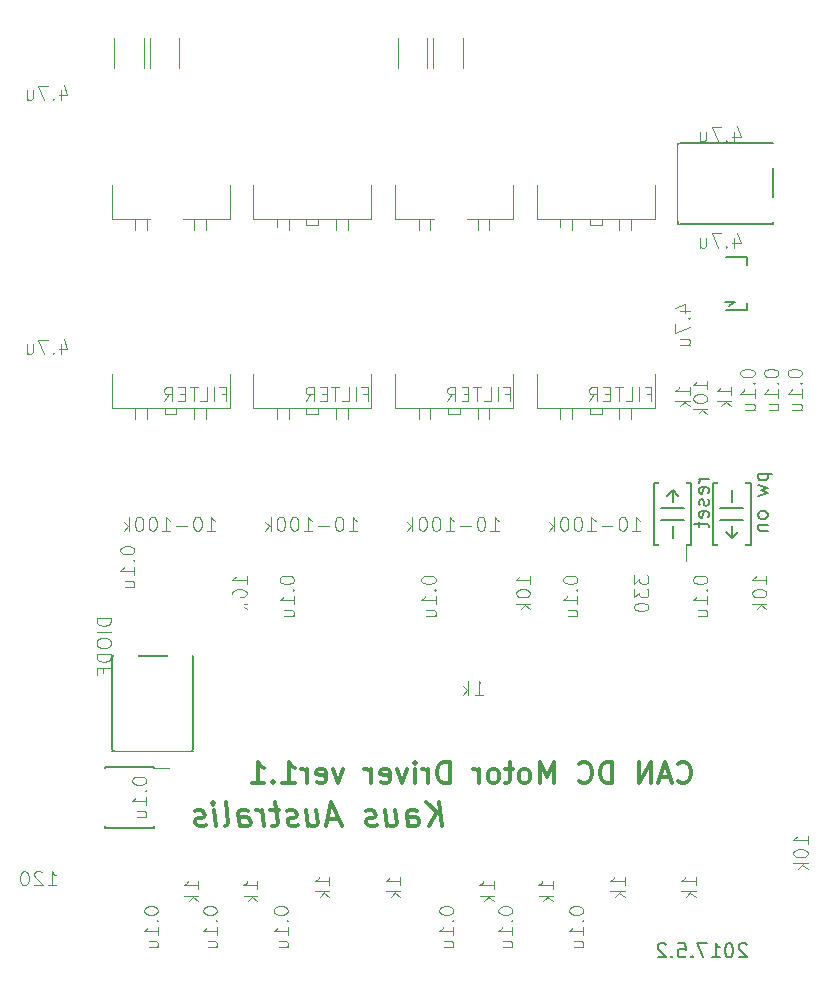
<source format=gbr>
G04 #@! TF.FileFunction,Legend,Bot*
%FSLAX46Y46*%
G04 Gerber Fmt 4.6, Leading zero omitted, Abs format (unit mm)*
G04 Created by KiCad (PCBNEW 4.0.6) date 05/02/17 10:19:31*
%MOMM*%
%LPD*%
G01*
G04 APERTURE LIST*
%ADD10C,0.100000*%
%ADD11C,0.200000*%
%ADD12C,0.300000*%
%ADD13C,0.150000*%
%ADD14C,0.101600*%
%ADD15C,1.700000*%
%ADD16R,1.700000X1.700000*%
%ADD17O,1.900000X2.900000*%
%ADD18C,3.400000*%
%ADD19O,2.900000X1.900000*%
%ADD20C,2.100000*%
%ADD21R,2.100000X2.100000*%
%ADD22R,1.950000X1.000000*%
%ADD23R,1.400000X1.200000*%
%ADD24R,3.448000X2.051000*%
%ADD25R,6.496000X6.496000*%
%ADD26R,2.432000X2.432000*%
%ADD27O,2.432000X2.432000*%
%ADD28R,2.000000X2.200000*%
%ADD29R,1.200000X1.400000*%
%ADD30O,1.400000X1.924000*%
%ADD31C,1.924000*%
%ADD32R,3.400000X6.900000*%
%ADD33R,6.851600X3.400000*%
%ADD34R,2.051000X3.448000*%
%ADD35R,1.901140X1.400760*%
%ADD36R,3.399740X2.398980*%
%ADD37R,3.400000X2.400000*%
%ADD38R,2.900000X6.900000*%
%ADD39R,2.200000X3.700000*%
%ADD40R,3.400000X3.900000*%
%ADD41R,10.400000X8.400000*%
%ADD42R,1.050000X2.100000*%
%ADD43R,2.432000X2.127200*%
%ADD44O,2.432000X2.127200*%
%ADD45R,2.800000X5.900000*%
%ADD46R,5.900000X2.800000*%
%ADD47C,0.026000*%
%ADD48C,0.254000*%
G04 APERTURE END LIST*
D10*
D11*
X66771429Y-79457143D02*
X66714286Y-79400000D01*
X66600000Y-79342857D01*
X66314286Y-79342857D01*
X66200000Y-79400000D01*
X66142857Y-79457143D01*
X66085714Y-79571429D01*
X66085714Y-79685714D01*
X66142857Y-79857143D01*
X66828571Y-80542857D01*
X66085714Y-80542857D01*
X65342857Y-79342857D02*
X65228572Y-79342857D01*
X65114286Y-79400000D01*
X65057143Y-79457143D01*
X65000000Y-79571429D01*
X64942857Y-79800000D01*
X64942857Y-80085714D01*
X65000000Y-80314286D01*
X65057143Y-80428571D01*
X65114286Y-80485714D01*
X65228572Y-80542857D01*
X65342857Y-80542857D01*
X65457143Y-80485714D01*
X65514286Y-80428571D01*
X65571429Y-80314286D01*
X65628572Y-80085714D01*
X65628572Y-79800000D01*
X65571429Y-79571429D01*
X65514286Y-79457143D01*
X65457143Y-79400000D01*
X65342857Y-79342857D01*
X63800000Y-80542857D02*
X64485715Y-80542857D01*
X64142857Y-80542857D02*
X64142857Y-79342857D01*
X64257143Y-79514286D01*
X64371429Y-79628571D01*
X64485715Y-79685714D01*
X63400000Y-79342857D02*
X62600000Y-79342857D01*
X63114286Y-80542857D01*
X62142858Y-80428571D02*
X62085715Y-80485714D01*
X62142858Y-80542857D01*
X62200001Y-80485714D01*
X62142858Y-80428571D01*
X62142858Y-80542857D01*
X61000000Y-79342857D02*
X61571429Y-79342857D01*
X61628572Y-79914286D01*
X61571429Y-79857143D01*
X61457143Y-79800000D01*
X61171429Y-79800000D01*
X61057143Y-79857143D01*
X61000000Y-79914286D01*
X60942857Y-80028571D01*
X60942857Y-80314286D01*
X61000000Y-80428571D01*
X61057143Y-80485714D01*
X61171429Y-80542857D01*
X61457143Y-80542857D01*
X61571429Y-80485714D01*
X61628572Y-80428571D01*
X60428572Y-80428571D02*
X60371429Y-80485714D01*
X60428572Y-80542857D01*
X60485715Y-80485714D01*
X60428572Y-80428571D01*
X60428572Y-80542857D01*
X59914286Y-79457143D02*
X59857143Y-79400000D01*
X59742857Y-79342857D01*
X59457143Y-79342857D01*
X59342857Y-79400000D01*
X59285714Y-79457143D01*
X59228571Y-79571429D01*
X59228571Y-79685714D01*
X59285714Y-79857143D01*
X59971428Y-80542857D01*
X59228571Y-80542857D01*
X63542857Y-40057143D02*
X62742857Y-40057143D01*
X62971429Y-40057143D02*
X62857143Y-40114286D01*
X62800000Y-40171429D01*
X62742857Y-40285715D01*
X62742857Y-40400000D01*
X63485714Y-41257143D02*
X63542857Y-41142857D01*
X63542857Y-40914286D01*
X63485714Y-40800000D01*
X63371429Y-40742857D01*
X62914286Y-40742857D01*
X62800000Y-40800000D01*
X62742857Y-40914286D01*
X62742857Y-41142857D01*
X62800000Y-41257143D01*
X62914286Y-41314286D01*
X63028571Y-41314286D01*
X63142857Y-40742857D01*
X63485714Y-41771428D02*
X63542857Y-41885714D01*
X63542857Y-42114286D01*
X63485714Y-42228571D01*
X63371429Y-42285714D01*
X63314286Y-42285714D01*
X63200000Y-42228571D01*
X63142857Y-42114286D01*
X63142857Y-41942857D01*
X63085714Y-41828571D01*
X62971429Y-41771428D01*
X62914286Y-41771428D01*
X62800000Y-41828571D01*
X62742857Y-41942857D01*
X62742857Y-42114286D01*
X62800000Y-42228571D01*
X63485714Y-43257143D02*
X63542857Y-43142857D01*
X63542857Y-42914286D01*
X63485714Y-42800000D01*
X63371429Y-42742857D01*
X62914286Y-42742857D01*
X62800000Y-42800000D01*
X62742857Y-42914286D01*
X62742857Y-43142857D01*
X62800000Y-43257143D01*
X62914286Y-43314286D01*
X63028571Y-43314286D01*
X63142857Y-42742857D01*
X62742857Y-43657143D02*
X62742857Y-44114286D01*
X62342857Y-43828571D02*
X63371429Y-43828571D01*
X63485714Y-43885714D01*
X63542857Y-44000000D01*
X63542857Y-44114286D01*
X67742857Y-39571429D02*
X68942857Y-39571429D01*
X67800000Y-39571429D02*
X67742857Y-39685715D01*
X67742857Y-39914286D01*
X67800000Y-40028572D01*
X67857143Y-40085715D01*
X67971429Y-40142858D01*
X68314286Y-40142858D01*
X68428571Y-40085715D01*
X68485714Y-40028572D01*
X68542857Y-39914286D01*
X68542857Y-39685715D01*
X68485714Y-39571429D01*
X67742857Y-40542858D02*
X68542857Y-40771429D01*
X67971429Y-41000000D01*
X68542857Y-41228572D01*
X67742857Y-41457143D01*
X68542857Y-43000001D02*
X68485714Y-42885715D01*
X68428571Y-42828572D01*
X68314286Y-42771429D01*
X67971429Y-42771429D01*
X67857143Y-42828572D01*
X67800000Y-42885715D01*
X67742857Y-43000001D01*
X67742857Y-43171429D01*
X67800000Y-43285715D01*
X67857143Y-43342858D01*
X67971429Y-43400001D01*
X68314286Y-43400001D01*
X68428571Y-43342858D01*
X68485714Y-43285715D01*
X68542857Y-43171429D01*
X68542857Y-43000001D01*
X67742857Y-43914286D02*
X68542857Y-43914286D01*
X67857143Y-43914286D02*
X67800000Y-43971429D01*
X67742857Y-44085715D01*
X67742857Y-44257143D01*
X67800000Y-44371429D01*
X67914286Y-44428572D01*
X68542857Y-44428572D01*
D12*
X40994049Y-69404762D02*
X40744049Y-67404762D01*
X39851191Y-69404762D02*
X40565477Y-68261905D01*
X39601191Y-67404762D02*
X40886906Y-68547619D01*
X38136906Y-69404762D02*
X38005954Y-68357143D01*
X38077382Y-68166667D01*
X38255954Y-68071429D01*
X38636906Y-68071429D01*
X38839287Y-68166667D01*
X38125001Y-69309524D02*
X38327382Y-69404762D01*
X38803572Y-69404762D01*
X38982144Y-69309524D01*
X39053573Y-69119048D01*
X39029763Y-68928571D01*
X38910716Y-68738095D01*
X38708334Y-68642857D01*
X38232144Y-68642857D01*
X38029763Y-68547619D01*
X36160716Y-68071429D02*
X36327382Y-69404762D01*
X37017859Y-68071429D02*
X37148811Y-69119048D01*
X37077381Y-69309524D01*
X36898810Y-69404762D01*
X36613096Y-69404762D01*
X36410715Y-69309524D01*
X36303573Y-69214286D01*
X35458334Y-69309524D02*
X35279762Y-69404762D01*
X34898810Y-69404762D01*
X34696429Y-69309524D01*
X34577382Y-69119048D01*
X34565477Y-69023810D01*
X34636906Y-68833333D01*
X34815477Y-68738095D01*
X35101191Y-68738095D01*
X35279763Y-68642857D01*
X35351192Y-68452381D01*
X35339287Y-68357143D01*
X35220239Y-68166667D01*
X35017858Y-68071429D01*
X34732144Y-68071429D01*
X34553572Y-68166667D01*
X32255953Y-68833333D02*
X31303572Y-68833333D01*
X32517857Y-69404762D02*
X31601190Y-67404762D01*
X31184523Y-69404762D01*
X29494048Y-68071429D02*
X29660714Y-69404762D01*
X30351191Y-68071429D02*
X30482143Y-69119048D01*
X30410713Y-69309524D01*
X30232142Y-69404762D01*
X29946428Y-69404762D01*
X29744047Y-69309524D01*
X29636905Y-69214286D01*
X28791666Y-69309524D02*
X28613094Y-69404762D01*
X28232142Y-69404762D01*
X28029761Y-69309524D01*
X27910714Y-69119048D01*
X27898809Y-69023810D01*
X27970238Y-68833333D01*
X28148809Y-68738095D01*
X28434523Y-68738095D01*
X28613095Y-68642857D01*
X28684524Y-68452381D01*
X28672619Y-68357143D01*
X28553571Y-68166667D01*
X28351190Y-68071429D01*
X28065476Y-68071429D01*
X27886904Y-68166667D01*
X27208333Y-68071429D02*
X26446428Y-68071429D01*
X26839285Y-67404762D02*
X27053571Y-69119048D01*
X26982141Y-69309524D01*
X26803570Y-69404762D01*
X26613094Y-69404762D01*
X25946428Y-69404762D02*
X25779762Y-68071429D01*
X25827381Y-68452381D02*
X25708332Y-68261905D01*
X25601189Y-68166667D01*
X25398809Y-68071429D01*
X25208333Y-68071429D01*
X23851190Y-69404762D02*
X23720238Y-68357143D01*
X23791666Y-68166667D01*
X23970238Y-68071429D01*
X24351190Y-68071429D01*
X24553571Y-68166667D01*
X23839285Y-69309524D02*
X24041666Y-69404762D01*
X24517856Y-69404762D01*
X24696428Y-69309524D01*
X24767857Y-69119048D01*
X24744047Y-68928571D01*
X24625000Y-68738095D01*
X24422618Y-68642857D01*
X23946428Y-68642857D01*
X23744047Y-68547619D01*
X22613094Y-69404762D02*
X22791665Y-69309524D01*
X22863095Y-69119048D01*
X22648809Y-67404762D01*
X21851190Y-69404762D02*
X21684524Y-68071429D01*
X21601190Y-67404762D02*
X21708333Y-67500000D01*
X21625000Y-67595238D01*
X21517856Y-67500000D01*
X21601190Y-67404762D01*
X21625000Y-67595238D01*
X20982142Y-69309524D02*
X20803570Y-69404762D01*
X20422618Y-69404762D01*
X20220237Y-69309524D01*
X20101190Y-69119048D01*
X20089285Y-69023810D01*
X20160714Y-68833333D01*
X20339285Y-68738095D01*
X20624999Y-68738095D01*
X20803571Y-68642857D01*
X20875000Y-68452381D01*
X20863095Y-68357143D01*
X20744047Y-68166667D01*
X20541666Y-68071429D01*
X20255952Y-68071429D01*
X20077380Y-68166667D01*
X60985715Y-65642857D02*
X61071429Y-65728571D01*
X61328572Y-65814286D01*
X61500001Y-65814286D01*
X61757144Y-65728571D01*
X61928572Y-65557143D01*
X62014287Y-65385714D01*
X62100001Y-65042857D01*
X62100001Y-64785714D01*
X62014287Y-64442857D01*
X61928572Y-64271429D01*
X61757144Y-64100000D01*
X61500001Y-64014286D01*
X61328572Y-64014286D01*
X61071429Y-64100000D01*
X60985715Y-64185714D01*
X60300001Y-65300000D02*
X59442858Y-65300000D01*
X60471429Y-65814286D02*
X59871429Y-64014286D01*
X59271429Y-65814286D01*
X58671430Y-65814286D02*
X58671430Y-64014286D01*
X57642858Y-65814286D01*
X57642858Y-64014286D01*
X55414287Y-65814286D02*
X55414287Y-64014286D01*
X54985715Y-64014286D01*
X54728572Y-64100000D01*
X54557144Y-64271429D01*
X54471429Y-64442857D01*
X54385715Y-64785714D01*
X54385715Y-65042857D01*
X54471429Y-65385714D01*
X54557144Y-65557143D01*
X54728572Y-65728571D01*
X54985715Y-65814286D01*
X55414287Y-65814286D01*
X52585715Y-65642857D02*
X52671429Y-65728571D01*
X52928572Y-65814286D01*
X53100001Y-65814286D01*
X53357144Y-65728571D01*
X53528572Y-65557143D01*
X53614287Y-65385714D01*
X53700001Y-65042857D01*
X53700001Y-64785714D01*
X53614287Y-64442857D01*
X53528572Y-64271429D01*
X53357144Y-64100000D01*
X53100001Y-64014286D01*
X52928572Y-64014286D01*
X52671429Y-64100000D01*
X52585715Y-64185714D01*
X50442858Y-65814286D02*
X50442858Y-64014286D01*
X49842858Y-65300000D01*
X49242858Y-64014286D01*
X49242858Y-65814286D01*
X48128572Y-65814286D02*
X48300000Y-65728571D01*
X48385715Y-65642857D01*
X48471429Y-65471429D01*
X48471429Y-64957143D01*
X48385715Y-64785714D01*
X48300000Y-64700000D01*
X48128572Y-64614286D01*
X47871429Y-64614286D01*
X47700000Y-64700000D01*
X47614286Y-64785714D01*
X47528572Y-64957143D01*
X47528572Y-65471429D01*
X47614286Y-65642857D01*
X47700000Y-65728571D01*
X47871429Y-65814286D01*
X48128572Y-65814286D01*
X47014286Y-64614286D02*
X46328572Y-64614286D01*
X46757144Y-64014286D02*
X46757144Y-65557143D01*
X46671429Y-65728571D01*
X46500001Y-65814286D01*
X46328572Y-65814286D01*
X45471430Y-65814286D02*
X45642858Y-65728571D01*
X45728573Y-65642857D01*
X45814287Y-65471429D01*
X45814287Y-64957143D01*
X45728573Y-64785714D01*
X45642858Y-64700000D01*
X45471430Y-64614286D01*
X45214287Y-64614286D01*
X45042858Y-64700000D01*
X44957144Y-64785714D01*
X44871430Y-64957143D01*
X44871430Y-65471429D01*
X44957144Y-65642857D01*
X45042858Y-65728571D01*
X45214287Y-65814286D01*
X45471430Y-65814286D01*
X44100002Y-65814286D02*
X44100002Y-64614286D01*
X44100002Y-64957143D02*
X44014287Y-64785714D01*
X43928573Y-64700000D01*
X43757144Y-64614286D01*
X43585716Y-64614286D01*
X41614287Y-65814286D02*
X41614287Y-64014286D01*
X41185715Y-64014286D01*
X40928572Y-64100000D01*
X40757144Y-64271429D01*
X40671429Y-64442857D01*
X40585715Y-64785714D01*
X40585715Y-65042857D01*
X40671429Y-65385714D01*
X40757144Y-65557143D01*
X40928572Y-65728571D01*
X41185715Y-65814286D01*
X41614287Y-65814286D01*
X39814287Y-65814286D02*
X39814287Y-64614286D01*
X39814287Y-64957143D02*
X39728572Y-64785714D01*
X39642858Y-64700000D01*
X39471429Y-64614286D01*
X39300001Y-64614286D01*
X38700001Y-65814286D02*
X38700001Y-64614286D01*
X38700001Y-64014286D02*
X38785715Y-64100000D01*
X38700001Y-64185714D01*
X38614286Y-64100000D01*
X38700001Y-64014286D01*
X38700001Y-64185714D01*
X38014286Y-64614286D02*
X37585715Y-65814286D01*
X37157143Y-64614286D01*
X35785714Y-65728571D02*
X35957143Y-65814286D01*
X36300000Y-65814286D01*
X36471429Y-65728571D01*
X36557143Y-65557143D01*
X36557143Y-64871429D01*
X36471429Y-64700000D01*
X36300000Y-64614286D01*
X35957143Y-64614286D01*
X35785714Y-64700000D01*
X35700000Y-64871429D01*
X35700000Y-65042857D01*
X36557143Y-65214286D01*
X34928572Y-65814286D02*
X34928572Y-64614286D01*
X34928572Y-64957143D02*
X34842857Y-64785714D01*
X34757143Y-64700000D01*
X34585714Y-64614286D01*
X34414286Y-64614286D01*
X32614285Y-64614286D02*
X32185714Y-65814286D01*
X31757142Y-64614286D01*
X30385713Y-65728571D02*
X30557142Y-65814286D01*
X30899999Y-65814286D01*
X31071428Y-65728571D01*
X31157142Y-65557143D01*
X31157142Y-64871429D01*
X31071428Y-64700000D01*
X30899999Y-64614286D01*
X30557142Y-64614286D01*
X30385713Y-64700000D01*
X30299999Y-64871429D01*
X30299999Y-65042857D01*
X31157142Y-65214286D01*
X29528571Y-65814286D02*
X29528571Y-64614286D01*
X29528571Y-64957143D02*
X29442856Y-64785714D01*
X29357142Y-64700000D01*
X29185713Y-64614286D01*
X29014285Y-64614286D01*
X27471427Y-65814286D02*
X28499999Y-65814286D01*
X27985713Y-65814286D02*
X27985713Y-64014286D01*
X28157142Y-64271429D01*
X28328570Y-64442857D01*
X28499999Y-64528571D01*
X26699999Y-65642857D02*
X26614284Y-65728571D01*
X26699999Y-65814286D01*
X26785713Y-65728571D01*
X26699999Y-65642857D01*
X26699999Y-65814286D01*
X24899998Y-65814286D02*
X25928570Y-65814286D01*
X25414284Y-65814286D02*
X25414284Y-64014286D01*
X25585713Y-64271429D01*
X25757141Y-64442857D01*
X25928570Y-64528571D01*
D13*
X16575000Y-64425000D02*
X16575000Y-64570000D01*
X12425000Y-64425000D02*
X12425000Y-64570000D01*
X12425000Y-69575000D02*
X12425000Y-69430000D01*
X16575000Y-69575000D02*
X16575000Y-69430000D01*
X16575000Y-64425000D02*
X12425000Y-64425000D01*
X16575000Y-69575000D02*
X12425000Y-69575000D01*
X16575000Y-64570000D02*
X17975000Y-64570000D01*
X68976000Y-16397000D02*
X72151000Y-16397000D01*
X72151000Y-16397000D02*
X72151000Y-18175000D01*
X72151000Y-18175000D02*
X68976000Y-18175000D01*
X68976000Y-11825000D02*
X72151000Y-11825000D01*
X72151000Y-11825000D02*
X72151000Y-13603000D01*
X72151000Y-13603000D02*
X68976000Y-13603000D01*
X62880000Y-18429000D02*
X68976000Y-18429000D01*
X68976000Y-18429000D02*
X68976000Y-11571000D01*
X68976000Y-11571000D02*
X61102000Y-11571000D01*
X60975000Y-11571000D02*
X60975000Y-18429000D01*
X61102000Y-18429000D02*
X62880000Y-18429000D01*
X17897000Y-55024000D02*
X17897000Y-51849000D01*
X17897000Y-51849000D02*
X19675000Y-51849000D01*
X19675000Y-51849000D02*
X19675000Y-55024000D01*
X13325000Y-55024000D02*
X13325000Y-51849000D01*
X13325000Y-51849000D02*
X15103000Y-51849000D01*
X15103000Y-51849000D02*
X15103000Y-55024000D01*
X19929000Y-61120000D02*
X19929000Y-55024000D01*
X19929000Y-55024000D02*
X13071000Y-55024000D01*
X13071000Y-55024000D02*
X13071000Y-62898000D01*
X13071000Y-63025000D02*
X19929000Y-63025000D01*
X19929000Y-62898000D02*
X19929000Y-61120000D01*
X65299340Y-25399920D02*
X65599060Y-25151000D01*
X65599060Y-25151000D02*
X65748920Y-25049400D01*
X65748920Y-25049400D02*
X64900560Y-25049400D01*
X66800480Y-25750440D02*
X64999620Y-25750440D01*
X66800480Y-25750440D02*
X66800480Y-25100200D01*
X66800480Y-21249560D02*
X64999620Y-21249560D01*
X66800480Y-21249560D02*
X66800480Y-21899800D01*
D10*
X39750000Y-6500000D02*
X37250000Y-6500000D01*
X37250000Y-6500000D02*
X37250000Y-1500000D01*
X37250000Y-1500000D02*
X39750000Y-1500000D01*
X39750000Y-1500000D02*
X39750000Y-6500000D01*
X15750000Y-6500000D02*
X13250000Y-6500000D01*
X13250000Y-6500000D02*
X13250000Y-1500000D01*
X13250000Y-1500000D02*
X15750000Y-1500000D01*
X15750000Y-1500000D02*
X15750000Y-6500000D01*
X42750000Y-6500000D02*
X40250000Y-6500000D01*
X40250000Y-6500000D02*
X40250000Y-1500000D01*
X40250000Y-1500000D02*
X42750000Y-1500000D01*
X42750000Y-1500000D02*
X42750000Y-6500000D01*
X18750000Y-6500000D02*
X16250000Y-6500000D01*
X16250000Y-6500000D02*
X16250000Y-1500000D01*
X16250000Y-1500000D02*
X18750000Y-1500000D01*
X18750000Y-1500000D02*
X18750000Y-6500000D01*
X30500000Y-18000000D02*
X30500000Y-18500000D01*
X30500000Y-18500000D02*
X29500000Y-18500000D01*
X29500000Y-18500000D02*
X29500000Y-18000000D01*
X28000000Y-18000000D02*
X28000000Y-22500000D01*
X28000000Y-22500000D02*
X27000000Y-22500000D01*
X27000000Y-22500000D02*
X27000000Y-18000000D01*
X33000000Y-18000000D02*
X33000000Y-22500000D01*
X33000000Y-22500000D02*
X32000000Y-22500000D01*
X32000000Y-22500000D02*
X32000000Y-18000000D01*
X25500000Y-7500000D02*
X34500000Y-7500000D01*
X34500000Y-7500000D02*
X35000000Y-8000000D01*
X25000000Y-8000000D02*
X25500000Y-7500000D01*
X25000000Y-9000000D02*
X25000000Y-8000000D01*
X35000000Y-9000000D02*
X35000000Y-8000000D01*
X35000000Y-9000000D02*
X35000000Y-18000000D01*
X25000000Y-9000000D02*
X35000000Y-9000000D01*
X25000000Y-18000000D02*
X25000000Y-9000000D01*
X25000000Y-18000000D02*
X35000000Y-18000000D01*
X42500000Y-18000000D02*
X42500000Y-18500000D01*
X42500000Y-18500000D02*
X41500000Y-18500000D01*
X41500000Y-18500000D02*
X41500000Y-18000000D01*
X40000000Y-18000000D02*
X40000000Y-22500000D01*
X40000000Y-22500000D02*
X39000000Y-22500000D01*
X39000000Y-22500000D02*
X39000000Y-18000000D01*
X45000000Y-18000000D02*
X45000000Y-22500000D01*
X45000000Y-22500000D02*
X44000000Y-22500000D01*
X44000000Y-22500000D02*
X44000000Y-18000000D01*
X37500000Y-7500000D02*
X46500000Y-7500000D01*
X46500000Y-7500000D02*
X47000000Y-8000000D01*
X37000000Y-8000000D02*
X37500000Y-7500000D01*
X37000000Y-9000000D02*
X37000000Y-8000000D01*
X47000000Y-9000000D02*
X47000000Y-8000000D01*
X47000000Y-9000000D02*
X47000000Y-18000000D01*
X37000000Y-9000000D02*
X47000000Y-9000000D01*
X37000000Y-18000000D02*
X37000000Y-9000000D01*
X37000000Y-18000000D02*
X47000000Y-18000000D01*
X54500000Y-18000000D02*
X54500000Y-18500000D01*
X54500000Y-18500000D02*
X53500000Y-18500000D01*
X53500000Y-18500000D02*
X53500000Y-18000000D01*
X52000000Y-18000000D02*
X52000000Y-22500000D01*
X52000000Y-22500000D02*
X51000000Y-22500000D01*
X51000000Y-22500000D02*
X51000000Y-18000000D01*
X57000000Y-18000000D02*
X57000000Y-22500000D01*
X57000000Y-22500000D02*
X56000000Y-22500000D01*
X56000000Y-22500000D02*
X56000000Y-18000000D01*
X49500000Y-7500000D02*
X58500000Y-7500000D01*
X58500000Y-7500000D02*
X59000000Y-8000000D01*
X49000000Y-8000000D02*
X49500000Y-7500000D01*
X49000000Y-9000000D02*
X49000000Y-8000000D01*
X59000000Y-9000000D02*
X59000000Y-8000000D01*
X59000000Y-9000000D02*
X59000000Y-18000000D01*
X49000000Y-9000000D02*
X59000000Y-9000000D01*
X49000000Y-18000000D02*
X49000000Y-9000000D01*
X49000000Y-18000000D02*
X59000000Y-18000000D01*
X18500000Y-34000000D02*
X18500000Y-34500000D01*
X18500000Y-34500000D02*
X17500000Y-34500000D01*
X17500000Y-34500000D02*
X17500000Y-34000000D01*
X16000000Y-34000000D02*
X16000000Y-38500000D01*
X16000000Y-38500000D02*
X15000000Y-38500000D01*
X15000000Y-38500000D02*
X15000000Y-34000000D01*
X21000000Y-34000000D02*
X21000000Y-38500000D01*
X21000000Y-38500000D02*
X20000000Y-38500000D01*
X20000000Y-38500000D02*
X20000000Y-34000000D01*
X13500000Y-23500000D02*
X22500000Y-23500000D01*
X22500000Y-23500000D02*
X23000000Y-24000000D01*
X13000000Y-24000000D02*
X13500000Y-23500000D01*
X13000000Y-25000000D02*
X13000000Y-24000000D01*
X23000000Y-25000000D02*
X23000000Y-24000000D01*
X23000000Y-25000000D02*
X23000000Y-34000000D01*
X13000000Y-25000000D02*
X23000000Y-25000000D01*
X13000000Y-34000000D02*
X13000000Y-25000000D01*
X13000000Y-34000000D02*
X23000000Y-34000000D01*
X30500000Y-34000000D02*
X30500000Y-34500000D01*
X30500000Y-34500000D02*
X29500000Y-34500000D01*
X29500000Y-34500000D02*
X29500000Y-34000000D01*
X28000000Y-34000000D02*
X28000000Y-38500000D01*
X28000000Y-38500000D02*
X27000000Y-38500000D01*
X27000000Y-38500000D02*
X27000000Y-34000000D01*
X33000000Y-34000000D02*
X33000000Y-38500000D01*
X33000000Y-38500000D02*
X32000000Y-38500000D01*
X32000000Y-38500000D02*
X32000000Y-34000000D01*
X25500000Y-23500000D02*
X34500000Y-23500000D01*
X34500000Y-23500000D02*
X35000000Y-24000000D01*
X25000000Y-24000000D02*
X25500000Y-23500000D01*
X25000000Y-25000000D02*
X25000000Y-24000000D01*
X35000000Y-25000000D02*
X35000000Y-24000000D01*
X35000000Y-25000000D02*
X35000000Y-34000000D01*
X25000000Y-25000000D02*
X35000000Y-25000000D01*
X25000000Y-34000000D02*
X25000000Y-25000000D01*
X25000000Y-34000000D02*
X35000000Y-34000000D01*
X42500000Y-34000000D02*
X42500000Y-34500000D01*
X42500000Y-34500000D02*
X41500000Y-34500000D01*
X41500000Y-34500000D02*
X41500000Y-34000000D01*
X40000000Y-34000000D02*
X40000000Y-38500000D01*
X40000000Y-38500000D02*
X39000000Y-38500000D01*
X39000000Y-38500000D02*
X39000000Y-34000000D01*
X45000000Y-34000000D02*
X45000000Y-38500000D01*
X45000000Y-38500000D02*
X44000000Y-38500000D01*
X44000000Y-38500000D02*
X44000000Y-34000000D01*
X37500000Y-23500000D02*
X46500000Y-23500000D01*
X46500000Y-23500000D02*
X47000000Y-24000000D01*
X37000000Y-24000000D02*
X37500000Y-23500000D01*
X37000000Y-25000000D02*
X37000000Y-24000000D01*
X47000000Y-25000000D02*
X47000000Y-24000000D01*
X47000000Y-25000000D02*
X47000000Y-34000000D01*
X37000000Y-25000000D02*
X47000000Y-25000000D01*
X37000000Y-34000000D02*
X37000000Y-25000000D01*
X37000000Y-34000000D02*
X47000000Y-34000000D01*
X54500000Y-34000000D02*
X54500000Y-34500000D01*
X54500000Y-34500000D02*
X53500000Y-34500000D01*
X53500000Y-34500000D02*
X53500000Y-34000000D01*
X52000000Y-34000000D02*
X52000000Y-38500000D01*
X52000000Y-38500000D02*
X51000000Y-38500000D01*
X51000000Y-38500000D02*
X51000000Y-34000000D01*
X57000000Y-34000000D02*
X57000000Y-38500000D01*
X57000000Y-38500000D02*
X56000000Y-38500000D01*
X56000000Y-38500000D02*
X56000000Y-34000000D01*
X49500000Y-23500000D02*
X58500000Y-23500000D01*
X58500000Y-23500000D02*
X59000000Y-24000000D01*
X49000000Y-24000000D02*
X49500000Y-23500000D01*
X49000000Y-25000000D02*
X49000000Y-24000000D01*
X59000000Y-25000000D02*
X59000000Y-24000000D01*
X59000000Y-25000000D02*
X59000000Y-34000000D01*
X49000000Y-25000000D02*
X59000000Y-25000000D01*
X49000000Y-34000000D02*
X49000000Y-25000000D01*
X49000000Y-34000000D02*
X59000000Y-34000000D01*
D11*
X65500000Y-42000000D02*
X65500000Y-41000000D01*
X65500000Y-45000000D02*
X66000000Y-44500000D01*
X65500000Y-45000000D02*
X65000000Y-44500000D01*
X65500000Y-44000000D02*
X65500000Y-45000000D01*
X64500000Y-43500000D02*
X66500000Y-43500000D01*
X64500000Y-42500000D02*
X66500000Y-42500000D01*
X64400000Y-40400000D02*
X64400000Y-39000000D01*
X66600000Y-40400000D02*
X67100000Y-40400000D01*
X67100000Y-40400000D02*
X67100000Y-45600000D01*
X67100000Y-45600000D02*
X66600000Y-45600000D01*
X64400000Y-40400000D02*
X63900000Y-40400000D01*
X63900000Y-40400000D02*
X63900000Y-45600000D01*
X63900000Y-45600000D02*
X64400000Y-45600000D01*
X60500000Y-44000000D02*
X60500000Y-45000000D01*
X60500000Y-41000000D02*
X60000000Y-41500000D01*
X60500000Y-41000000D02*
X61000000Y-41500000D01*
X60500000Y-42000000D02*
X60500000Y-41000000D01*
X61500000Y-42500000D02*
X59500000Y-42500000D01*
X61500000Y-43500000D02*
X59500000Y-43500000D01*
X61600000Y-45600000D02*
X61600000Y-47000000D01*
X59400000Y-45600000D02*
X58900000Y-45600000D01*
X58900000Y-45600000D02*
X58900000Y-40400000D01*
X58900000Y-40400000D02*
X59400000Y-40400000D01*
X61600000Y-45600000D02*
X62100000Y-45600000D01*
X62100000Y-45600000D02*
X62100000Y-40400000D01*
X62100000Y-40400000D02*
X61600000Y-40400000D01*
D10*
X18500000Y-18000000D02*
X18500000Y-18500000D01*
X18500000Y-18500000D02*
X17500000Y-18500000D01*
X17500000Y-18500000D02*
X17500000Y-18000000D01*
X16000000Y-18000000D02*
X16000000Y-22500000D01*
X16000000Y-22500000D02*
X15000000Y-22500000D01*
X15000000Y-22500000D02*
X15000000Y-18000000D01*
X21000000Y-18000000D02*
X21000000Y-22500000D01*
X21000000Y-22500000D02*
X20000000Y-22500000D01*
X20000000Y-22500000D02*
X20000000Y-18000000D01*
X13500000Y-7500000D02*
X22500000Y-7500000D01*
X22500000Y-7500000D02*
X23000000Y-8000000D01*
X13000000Y-8000000D02*
X13500000Y-7500000D01*
X13000000Y-9000000D02*
X13000000Y-8000000D01*
X23000000Y-9000000D02*
X23000000Y-8000000D01*
X23000000Y-9000000D02*
X23000000Y-18000000D01*
X13000000Y-9000000D02*
X23000000Y-9000000D01*
X13000000Y-18000000D02*
X13000000Y-9000000D01*
X13000000Y-18000000D02*
X23000000Y-18000000D01*
D14*
X21080762Y-44442548D02*
X21770190Y-44442548D01*
X21425476Y-44442548D02*
X21425476Y-43236048D01*
X21540381Y-43408405D01*
X21655286Y-43523310D01*
X21770190Y-43580762D01*
X20333881Y-43236048D02*
X20218976Y-43236048D01*
X20104071Y-43293500D01*
X20046619Y-43350952D01*
X19989166Y-43465857D01*
X19931714Y-43695667D01*
X19931714Y-43982929D01*
X19989166Y-44212738D01*
X20046619Y-44327643D01*
X20104071Y-44385095D01*
X20218976Y-44442548D01*
X20333881Y-44442548D01*
X20448785Y-44385095D01*
X20506238Y-44327643D01*
X20563690Y-44212738D01*
X20621142Y-43982929D01*
X20621142Y-43695667D01*
X20563690Y-43465857D01*
X20506238Y-43350952D01*
X20448785Y-43293500D01*
X20333881Y-43236048D01*
X19414642Y-43982929D02*
X18495404Y-43982929D01*
X17288904Y-44442548D02*
X17978332Y-44442548D01*
X17633618Y-44442548D02*
X17633618Y-43236048D01*
X17748523Y-43408405D01*
X17863428Y-43523310D01*
X17978332Y-43580762D01*
X16542023Y-43236048D02*
X16427118Y-43236048D01*
X16312213Y-43293500D01*
X16254761Y-43350952D01*
X16197308Y-43465857D01*
X16139856Y-43695667D01*
X16139856Y-43982929D01*
X16197308Y-44212738D01*
X16254761Y-44327643D01*
X16312213Y-44385095D01*
X16427118Y-44442548D01*
X16542023Y-44442548D01*
X16656927Y-44385095D01*
X16714380Y-44327643D01*
X16771832Y-44212738D01*
X16829284Y-43982929D01*
X16829284Y-43695667D01*
X16771832Y-43465857D01*
X16714380Y-43350952D01*
X16656927Y-43293500D01*
X16542023Y-43236048D01*
X15392975Y-43236048D02*
X15278070Y-43236048D01*
X15163165Y-43293500D01*
X15105713Y-43350952D01*
X15048260Y-43465857D01*
X14990808Y-43695667D01*
X14990808Y-43982929D01*
X15048260Y-44212738D01*
X15105713Y-44327643D01*
X15163165Y-44385095D01*
X15278070Y-44442548D01*
X15392975Y-44442548D01*
X15507879Y-44385095D01*
X15565332Y-44327643D01*
X15622784Y-44212738D01*
X15680236Y-43982929D01*
X15680236Y-43695667D01*
X15622784Y-43465857D01*
X15565332Y-43350952D01*
X15507879Y-43293500D01*
X15392975Y-43236048D01*
X14473736Y-44442548D02*
X14473736Y-43236048D01*
X14358831Y-43982929D02*
X14014117Y-44442548D01*
X14014117Y-43638214D02*
X14473736Y-44097833D01*
X65695667Y-10638214D02*
X65695667Y-11442548D01*
X65982929Y-10178595D02*
X66270190Y-11040381D01*
X65523310Y-11040381D01*
X65063690Y-11327643D02*
X65006238Y-11385095D01*
X65063690Y-11442548D01*
X65121142Y-11385095D01*
X65063690Y-11327643D01*
X65063690Y-11442548D01*
X64604071Y-10236048D02*
X63799738Y-10236048D01*
X64316809Y-11442548D01*
X62823047Y-10638214D02*
X62823047Y-11442548D01*
X63340118Y-10638214D02*
X63340118Y-11270190D01*
X63282666Y-11385095D01*
X63167761Y-11442548D01*
X62995404Y-11442548D01*
X62880499Y-11385095D01*
X62823047Y-11327643D01*
X65695667Y-19638214D02*
X65695667Y-20442548D01*
X65982929Y-19178595D02*
X66270190Y-20040381D01*
X65523310Y-20040381D01*
X65063690Y-20327643D02*
X65006238Y-20385095D01*
X65063690Y-20442548D01*
X65121142Y-20385095D01*
X65063690Y-20327643D01*
X65063690Y-20442548D01*
X64604071Y-19236048D02*
X63799738Y-19236048D01*
X64316809Y-20442548D01*
X62823047Y-19638214D02*
X62823047Y-20442548D01*
X63340118Y-19638214D02*
X63340118Y-20270190D01*
X63282666Y-20385095D01*
X63167761Y-20442548D01*
X62995404Y-20442548D01*
X62880499Y-20385095D01*
X62823047Y-20327643D01*
X27236048Y-48517071D02*
X27236048Y-48631976D01*
X27293500Y-48746881D01*
X27350952Y-48804333D01*
X27465857Y-48861786D01*
X27695667Y-48919238D01*
X27982929Y-48919238D01*
X28212738Y-48861786D01*
X28327643Y-48804333D01*
X28385095Y-48746881D01*
X28442548Y-48631976D01*
X28442548Y-48517071D01*
X28385095Y-48402167D01*
X28327643Y-48344714D01*
X28212738Y-48287262D01*
X27982929Y-48229810D01*
X27695667Y-48229810D01*
X27465857Y-48287262D01*
X27350952Y-48344714D01*
X27293500Y-48402167D01*
X27236048Y-48517071D01*
X28327643Y-49436310D02*
X28385095Y-49493762D01*
X28442548Y-49436310D01*
X28385095Y-49378858D01*
X28327643Y-49436310D01*
X28442548Y-49436310D01*
X28442548Y-50642810D02*
X28442548Y-49953382D01*
X28442548Y-50298096D02*
X27236048Y-50298096D01*
X27408405Y-50183191D01*
X27523310Y-50068286D01*
X27580762Y-49953382D01*
X27638214Y-51676953D02*
X28442548Y-51676953D01*
X27638214Y-51159882D02*
X28270190Y-51159882D01*
X28385095Y-51217334D01*
X28442548Y-51332239D01*
X28442548Y-51504596D01*
X28385095Y-51619501D01*
X28327643Y-51676953D01*
X51236048Y-48517071D02*
X51236048Y-48631976D01*
X51293500Y-48746881D01*
X51350952Y-48804333D01*
X51465857Y-48861786D01*
X51695667Y-48919238D01*
X51982929Y-48919238D01*
X52212738Y-48861786D01*
X52327643Y-48804333D01*
X52385095Y-48746881D01*
X52442548Y-48631976D01*
X52442548Y-48517071D01*
X52385095Y-48402167D01*
X52327643Y-48344714D01*
X52212738Y-48287262D01*
X51982929Y-48229810D01*
X51695667Y-48229810D01*
X51465857Y-48287262D01*
X51350952Y-48344714D01*
X51293500Y-48402167D01*
X51236048Y-48517071D01*
X52327643Y-49436310D02*
X52385095Y-49493762D01*
X52442548Y-49436310D01*
X52385095Y-49378858D01*
X52327643Y-49436310D01*
X52442548Y-49436310D01*
X52442548Y-50642810D02*
X52442548Y-49953382D01*
X52442548Y-50298096D02*
X51236048Y-50298096D01*
X51408405Y-50183191D01*
X51523310Y-50068286D01*
X51580762Y-49953382D01*
X51638214Y-51676953D02*
X52442548Y-51676953D01*
X51638214Y-51159882D02*
X52270190Y-51159882D01*
X52385095Y-51217334D01*
X52442548Y-51332239D01*
X52442548Y-51504596D01*
X52385095Y-51619501D01*
X52327643Y-51676953D01*
X39236048Y-48517071D02*
X39236048Y-48631976D01*
X39293500Y-48746881D01*
X39350952Y-48804333D01*
X39465857Y-48861786D01*
X39695667Y-48919238D01*
X39982929Y-48919238D01*
X40212738Y-48861786D01*
X40327643Y-48804333D01*
X40385095Y-48746881D01*
X40442548Y-48631976D01*
X40442548Y-48517071D01*
X40385095Y-48402167D01*
X40327643Y-48344714D01*
X40212738Y-48287262D01*
X39982929Y-48229810D01*
X39695667Y-48229810D01*
X39465857Y-48287262D01*
X39350952Y-48344714D01*
X39293500Y-48402167D01*
X39236048Y-48517071D01*
X40327643Y-49436310D02*
X40385095Y-49493762D01*
X40442548Y-49436310D01*
X40385095Y-49378858D01*
X40327643Y-49436310D01*
X40442548Y-49436310D01*
X40442548Y-50642810D02*
X40442548Y-49953382D01*
X40442548Y-50298096D02*
X39236048Y-50298096D01*
X39408405Y-50183191D01*
X39523310Y-50068286D01*
X39580762Y-49953382D01*
X39638214Y-51676953D02*
X40442548Y-51676953D01*
X39638214Y-51159882D02*
X40270190Y-51159882D01*
X40385095Y-51217334D01*
X40442548Y-51332239D01*
X40442548Y-51504596D01*
X40385095Y-51619501D01*
X40327643Y-51676953D01*
X71942548Y-70919238D02*
X71942548Y-70229810D01*
X71942548Y-70574524D02*
X70736048Y-70574524D01*
X70908405Y-70459619D01*
X71023310Y-70344714D01*
X71080762Y-70229810D01*
X70736048Y-71666119D02*
X70736048Y-71781024D01*
X70793500Y-71895929D01*
X70850952Y-71953381D01*
X70965857Y-72010834D01*
X71195667Y-72068286D01*
X71482929Y-72068286D01*
X71712738Y-72010834D01*
X71827643Y-71953381D01*
X71885095Y-71895929D01*
X71942548Y-71781024D01*
X71942548Y-71666119D01*
X71885095Y-71551215D01*
X71827643Y-71493762D01*
X71712738Y-71436310D01*
X71482929Y-71378858D01*
X71195667Y-71378858D01*
X70965857Y-71436310D01*
X70850952Y-71493762D01*
X70793500Y-71551215D01*
X70736048Y-71666119D01*
X71942548Y-72585358D02*
X70736048Y-72585358D01*
X71482929Y-72700263D02*
X71942548Y-73044977D01*
X71138214Y-73044977D02*
X71597833Y-72585358D01*
X43730762Y-58342548D02*
X44420190Y-58342548D01*
X44075476Y-58342548D02*
X44075476Y-57136048D01*
X44190381Y-57308405D01*
X44305286Y-57423310D01*
X44420190Y-57480762D01*
X43213690Y-58342548D02*
X43213690Y-57136048D01*
X43098785Y-57882929D02*
X42754071Y-58342548D01*
X42754071Y-57538214D02*
X43213690Y-57997833D01*
X33080762Y-44442548D02*
X33770190Y-44442548D01*
X33425476Y-44442548D02*
X33425476Y-43236048D01*
X33540381Y-43408405D01*
X33655286Y-43523310D01*
X33770190Y-43580762D01*
X32333881Y-43236048D02*
X32218976Y-43236048D01*
X32104071Y-43293500D01*
X32046619Y-43350952D01*
X31989166Y-43465857D01*
X31931714Y-43695667D01*
X31931714Y-43982929D01*
X31989166Y-44212738D01*
X32046619Y-44327643D01*
X32104071Y-44385095D01*
X32218976Y-44442548D01*
X32333881Y-44442548D01*
X32448785Y-44385095D01*
X32506238Y-44327643D01*
X32563690Y-44212738D01*
X32621142Y-43982929D01*
X32621142Y-43695667D01*
X32563690Y-43465857D01*
X32506238Y-43350952D01*
X32448785Y-43293500D01*
X32333881Y-43236048D01*
X31414642Y-43982929D02*
X30495404Y-43982929D01*
X29288904Y-44442548D02*
X29978332Y-44442548D01*
X29633618Y-44442548D02*
X29633618Y-43236048D01*
X29748523Y-43408405D01*
X29863428Y-43523310D01*
X29978332Y-43580762D01*
X28542023Y-43236048D02*
X28427118Y-43236048D01*
X28312213Y-43293500D01*
X28254761Y-43350952D01*
X28197308Y-43465857D01*
X28139856Y-43695667D01*
X28139856Y-43982929D01*
X28197308Y-44212738D01*
X28254761Y-44327643D01*
X28312213Y-44385095D01*
X28427118Y-44442548D01*
X28542023Y-44442548D01*
X28656927Y-44385095D01*
X28714380Y-44327643D01*
X28771832Y-44212738D01*
X28829284Y-43982929D01*
X28829284Y-43695667D01*
X28771832Y-43465857D01*
X28714380Y-43350952D01*
X28656927Y-43293500D01*
X28542023Y-43236048D01*
X27392975Y-43236048D02*
X27278070Y-43236048D01*
X27163165Y-43293500D01*
X27105713Y-43350952D01*
X27048260Y-43465857D01*
X26990808Y-43695667D01*
X26990808Y-43982929D01*
X27048260Y-44212738D01*
X27105713Y-44327643D01*
X27163165Y-44385095D01*
X27278070Y-44442548D01*
X27392975Y-44442548D01*
X27507879Y-44385095D01*
X27565332Y-44327643D01*
X27622784Y-44212738D01*
X27680236Y-43982929D01*
X27680236Y-43695667D01*
X27622784Y-43465857D01*
X27565332Y-43350952D01*
X27507879Y-43293500D01*
X27392975Y-43236048D01*
X26473736Y-44442548D02*
X26473736Y-43236048D01*
X26358831Y-43982929D02*
X26014117Y-44442548D01*
X26014117Y-43638214D02*
X26473736Y-44097833D01*
X57080762Y-44442548D02*
X57770190Y-44442548D01*
X57425476Y-44442548D02*
X57425476Y-43236048D01*
X57540381Y-43408405D01*
X57655286Y-43523310D01*
X57770190Y-43580762D01*
X56333881Y-43236048D02*
X56218976Y-43236048D01*
X56104071Y-43293500D01*
X56046619Y-43350952D01*
X55989166Y-43465857D01*
X55931714Y-43695667D01*
X55931714Y-43982929D01*
X55989166Y-44212738D01*
X56046619Y-44327643D01*
X56104071Y-44385095D01*
X56218976Y-44442548D01*
X56333881Y-44442548D01*
X56448785Y-44385095D01*
X56506238Y-44327643D01*
X56563690Y-44212738D01*
X56621142Y-43982929D01*
X56621142Y-43695667D01*
X56563690Y-43465857D01*
X56506238Y-43350952D01*
X56448785Y-43293500D01*
X56333881Y-43236048D01*
X55414642Y-43982929D02*
X54495404Y-43982929D01*
X53288904Y-44442548D02*
X53978332Y-44442548D01*
X53633618Y-44442548D02*
X53633618Y-43236048D01*
X53748523Y-43408405D01*
X53863428Y-43523310D01*
X53978332Y-43580762D01*
X52542023Y-43236048D02*
X52427118Y-43236048D01*
X52312213Y-43293500D01*
X52254761Y-43350952D01*
X52197308Y-43465857D01*
X52139856Y-43695667D01*
X52139856Y-43982929D01*
X52197308Y-44212738D01*
X52254761Y-44327643D01*
X52312213Y-44385095D01*
X52427118Y-44442548D01*
X52542023Y-44442548D01*
X52656927Y-44385095D01*
X52714380Y-44327643D01*
X52771832Y-44212738D01*
X52829284Y-43982929D01*
X52829284Y-43695667D01*
X52771832Y-43465857D01*
X52714380Y-43350952D01*
X52656927Y-43293500D01*
X52542023Y-43236048D01*
X51392975Y-43236048D02*
X51278070Y-43236048D01*
X51163165Y-43293500D01*
X51105713Y-43350952D01*
X51048260Y-43465857D01*
X50990808Y-43695667D01*
X50990808Y-43982929D01*
X51048260Y-44212738D01*
X51105713Y-44327643D01*
X51163165Y-44385095D01*
X51278070Y-44442548D01*
X51392975Y-44442548D01*
X51507879Y-44385095D01*
X51565332Y-44327643D01*
X51622784Y-44212738D01*
X51680236Y-43982929D01*
X51680236Y-43695667D01*
X51622784Y-43465857D01*
X51565332Y-43350952D01*
X51507879Y-43293500D01*
X51392975Y-43236048D01*
X50473736Y-44442548D02*
X50473736Y-43236048D01*
X50358831Y-43982929D02*
X50014117Y-44442548D01*
X50014117Y-43638214D02*
X50473736Y-44097833D01*
X45080762Y-44442548D02*
X45770190Y-44442548D01*
X45425476Y-44442548D02*
X45425476Y-43236048D01*
X45540381Y-43408405D01*
X45655286Y-43523310D01*
X45770190Y-43580762D01*
X44333881Y-43236048D02*
X44218976Y-43236048D01*
X44104071Y-43293500D01*
X44046619Y-43350952D01*
X43989166Y-43465857D01*
X43931714Y-43695667D01*
X43931714Y-43982929D01*
X43989166Y-44212738D01*
X44046619Y-44327643D01*
X44104071Y-44385095D01*
X44218976Y-44442548D01*
X44333881Y-44442548D01*
X44448785Y-44385095D01*
X44506238Y-44327643D01*
X44563690Y-44212738D01*
X44621142Y-43982929D01*
X44621142Y-43695667D01*
X44563690Y-43465857D01*
X44506238Y-43350952D01*
X44448785Y-43293500D01*
X44333881Y-43236048D01*
X43414642Y-43982929D02*
X42495404Y-43982929D01*
X41288904Y-44442548D02*
X41978332Y-44442548D01*
X41633618Y-44442548D02*
X41633618Y-43236048D01*
X41748523Y-43408405D01*
X41863428Y-43523310D01*
X41978332Y-43580762D01*
X40542023Y-43236048D02*
X40427118Y-43236048D01*
X40312213Y-43293500D01*
X40254761Y-43350952D01*
X40197308Y-43465857D01*
X40139856Y-43695667D01*
X40139856Y-43982929D01*
X40197308Y-44212738D01*
X40254761Y-44327643D01*
X40312213Y-44385095D01*
X40427118Y-44442548D01*
X40542023Y-44442548D01*
X40656927Y-44385095D01*
X40714380Y-44327643D01*
X40771832Y-44212738D01*
X40829284Y-43982929D01*
X40829284Y-43695667D01*
X40771832Y-43465857D01*
X40714380Y-43350952D01*
X40656927Y-43293500D01*
X40542023Y-43236048D01*
X39392975Y-43236048D02*
X39278070Y-43236048D01*
X39163165Y-43293500D01*
X39105713Y-43350952D01*
X39048260Y-43465857D01*
X38990808Y-43695667D01*
X38990808Y-43982929D01*
X39048260Y-44212738D01*
X39105713Y-44327643D01*
X39163165Y-44385095D01*
X39278070Y-44442548D01*
X39392975Y-44442548D01*
X39507879Y-44385095D01*
X39565332Y-44327643D01*
X39622784Y-44212738D01*
X39680236Y-43982929D01*
X39680236Y-43695667D01*
X39622784Y-43465857D01*
X39565332Y-43350952D01*
X39507879Y-43293500D01*
X39392975Y-43236048D01*
X38473736Y-44442548D02*
X38473736Y-43236048D01*
X38358831Y-43982929D02*
X38014117Y-44442548D01*
X38014117Y-43638214D02*
X38473736Y-44097833D01*
X7580762Y-74442548D02*
X8270190Y-74442548D01*
X7925476Y-74442548D02*
X7925476Y-73236048D01*
X8040381Y-73408405D01*
X8155286Y-73523310D01*
X8270190Y-73580762D01*
X7121142Y-73350952D02*
X7063690Y-73293500D01*
X6948785Y-73236048D01*
X6661523Y-73236048D01*
X6546619Y-73293500D01*
X6489166Y-73350952D01*
X6431714Y-73465857D01*
X6431714Y-73580762D01*
X6489166Y-73753119D01*
X7178595Y-74442548D01*
X6431714Y-74442548D01*
X5684833Y-73236048D02*
X5569928Y-73236048D01*
X5455023Y-73293500D01*
X5397571Y-73350952D01*
X5340118Y-73465857D01*
X5282666Y-73695667D01*
X5282666Y-73982929D01*
X5340118Y-74212738D01*
X5397571Y-74327643D01*
X5455023Y-74385095D01*
X5569928Y-74442548D01*
X5684833Y-74442548D01*
X5799737Y-74385095D01*
X5857190Y-74327643D01*
X5914642Y-74212738D01*
X5972094Y-73982929D01*
X5972094Y-73695667D01*
X5914642Y-73465857D01*
X5857190Y-73350952D01*
X5799737Y-73293500D01*
X5684833Y-73236048D01*
X34310571Y-32810571D02*
X34712738Y-32810571D01*
X34712738Y-33442548D02*
X34712738Y-32236048D01*
X34138214Y-32236048D01*
X33678595Y-33442548D02*
X33678595Y-32236048D01*
X32529547Y-33442548D02*
X33104071Y-33442548D01*
X33104071Y-32236048D01*
X32299738Y-32236048D02*
X31610310Y-32236048D01*
X31955024Y-33442548D02*
X31955024Y-32236048D01*
X31208143Y-32810571D02*
X30805976Y-32810571D01*
X30633619Y-33442548D02*
X31208143Y-33442548D01*
X31208143Y-32236048D01*
X30633619Y-32236048D01*
X29427120Y-33442548D02*
X29829286Y-32868024D01*
X30116548Y-33442548D02*
X30116548Y-32236048D01*
X29656929Y-32236048D01*
X29542024Y-32293500D01*
X29484572Y-32350952D01*
X29427120Y-32465857D01*
X29427120Y-32638214D01*
X29484572Y-32753119D01*
X29542024Y-32810571D01*
X29656929Y-32868024D01*
X30116548Y-32868024D01*
X22310571Y-32810571D02*
X22712738Y-32810571D01*
X22712738Y-33442548D02*
X22712738Y-32236048D01*
X22138214Y-32236048D01*
X21678595Y-33442548D02*
X21678595Y-32236048D01*
X20529547Y-33442548D02*
X21104071Y-33442548D01*
X21104071Y-32236048D01*
X20299738Y-32236048D02*
X19610310Y-32236048D01*
X19955024Y-33442548D02*
X19955024Y-32236048D01*
X19208143Y-32810571D02*
X18805976Y-32810571D01*
X18633619Y-33442548D02*
X19208143Y-33442548D01*
X19208143Y-32236048D01*
X18633619Y-32236048D01*
X17427120Y-33442548D02*
X17829286Y-32868024D01*
X18116548Y-33442548D02*
X18116548Y-32236048D01*
X17656929Y-32236048D01*
X17542024Y-32293500D01*
X17484572Y-32350952D01*
X17427120Y-32465857D01*
X17427120Y-32638214D01*
X17484572Y-32753119D01*
X17542024Y-32810571D01*
X17656929Y-32868024D01*
X18116548Y-32868024D01*
X58310571Y-32810571D02*
X58712738Y-32810571D01*
X58712738Y-33442548D02*
X58712738Y-32236048D01*
X58138214Y-32236048D01*
X57678595Y-33442548D02*
X57678595Y-32236048D01*
X56529547Y-33442548D02*
X57104071Y-33442548D01*
X57104071Y-32236048D01*
X56299738Y-32236048D02*
X55610310Y-32236048D01*
X55955024Y-33442548D02*
X55955024Y-32236048D01*
X55208143Y-32810571D02*
X54805976Y-32810571D01*
X54633619Y-33442548D02*
X55208143Y-33442548D01*
X55208143Y-32236048D01*
X54633619Y-32236048D01*
X53427120Y-33442548D02*
X53829286Y-32868024D01*
X54116548Y-33442548D02*
X54116548Y-32236048D01*
X53656929Y-32236048D01*
X53542024Y-32293500D01*
X53484572Y-32350952D01*
X53427120Y-32465857D01*
X53427120Y-32638214D01*
X53484572Y-32753119D01*
X53542024Y-32810571D01*
X53656929Y-32868024D01*
X54116548Y-32868024D01*
X46310571Y-32810571D02*
X46712738Y-32810571D01*
X46712738Y-33442548D02*
X46712738Y-32236048D01*
X46138214Y-32236048D01*
X45678595Y-33442548D02*
X45678595Y-32236048D01*
X44529547Y-33442548D02*
X45104071Y-33442548D01*
X45104071Y-32236048D01*
X44299738Y-32236048D02*
X43610310Y-32236048D01*
X43955024Y-33442548D02*
X43955024Y-32236048D01*
X43208143Y-32810571D02*
X42805976Y-32810571D01*
X42633619Y-33442548D02*
X43208143Y-33442548D01*
X43208143Y-32236048D01*
X42633619Y-32236048D01*
X41427120Y-33442548D02*
X41829286Y-32868024D01*
X42116548Y-33442548D02*
X42116548Y-32236048D01*
X41656929Y-32236048D01*
X41542024Y-32293500D01*
X41484572Y-32350952D01*
X41427120Y-32465857D01*
X41427120Y-32638214D01*
X41484572Y-32753119D01*
X41542024Y-32810571D01*
X41656929Y-32868024D01*
X42116548Y-32868024D01*
X14736048Y-65517071D02*
X14736048Y-65631976D01*
X14793500Y-65746881D01*
X14850952Y-65804333D01*
X14965857Y-65861786D01*
X15195667Y-65919238D01*
X15482929Y-65919238D01*
X15712738Y-65861786D01*
X15827643Y-65804333D01*
X15885095Y-65746881D01*
X15942548Y-65631976D01*
X15942548Y-65517071D01*
X15885095Y-65402167D01*
X15827643Y-65344714D01*
X15712738Y-65287262D01*
X15482929Y-65229810D01*
X15195667Y-65229810D01*
X14965857Y-65287262D01*
X14850952Y-65344714D01*
X14793500Y-65402167D01*
X14736048Y-65517071D01*
X15827643Y-66436310D02*
X15885095Y-66493762D01*
X15942548Y-66436310D01*
X15885095Y-66378858D01*
X15827643Y-66436310D01*
X15942548Y-66436310D01*
X15942548Y-67642810D02*
X15942548Y-66953382D01*
X15942548Y-67298096D02*
X14736048Y-67298096D01*
X14908405Y-67183191D01*
X15023310Y-67068286D01*
X15080762Y-66953382D01*
X15138214Y-68676953D02*
X15942548Y-68676953D01*
X15138214Y-68159882D02*
X15770190Y-68159882D01*
X15885095Y-68217334D01*
X15942548Y-68332239D01*
X15942548Y-68504596D01*
X15885095Y-68619501D01*
X15827643Y-68676953D01*
X48442548Y-48919238D02*
X48442548Y-48229810D01*
X48442548Y-48574524D02*
X47236048Y-48574524D01*
X47408405Y-48459619D01*
X47523310Y-48344714D01*
X47580762Y-48229810D01*
X47236048Y-49666119D02*
X47236048Y-49781024D01*
X47293500Y-49895929D01*
X47350952Y-49953381D01*
X47465857Y-50010834D01*
X47695667Y-50068286D01*
X47982929Y-50068286D01*
X48212738Y-50010834D01*
X48327643Y-49953381D01*
X48385095Y-49895929D01*
X48442548Y-49781024D01*
X48442548Y-49666119D01*
X48385095Y-49551215D01*
X48327643Y-49493762D01*
X48212738Y-49436310D01*
X47982929Y-49378858D01*
X47695667Y-49378858D01*
X47465857Y-49436310D01*
X47350952Y-49493762D01*
X47293500Y-49551215D01*
X47236048Y-49666119D01*
X48442548Y-50585358D02*
X47236048Y-50585358D01*
X47982929Y-50700263D02*
X48442548Y-51044977D01*
X47638214Y-51044977D02*
X48097833Y-50585358D01*
X31442548Y-74419238D02*
X31442548Y-73729810D01*
X31442548Y-74074524D02*
X30236048Y-74074524D01*
X30408405Y-73959619D01*
X30523310Y-73844714D01*
X30580762Y-73729810D01*
X31442548Y-74936310D02*
X30236048Y-74936310D01*
X30982929Y-75051215D02*
X31442548Y-75395929D01*
X30638214Y-75395929D02*
X31097833Y-74936310D01*
X37442548Y-74419238D02*
X37442548Y-73729810D01*
X37442548Y-74074524D02*
X36236048Y-74074524D01*
X36408405Y-73959619D01*
X36523310Y-73844714D01*
X36580762Y-73729810D01*
X37442548Y-74936310D02*
X36236048Y-74936310D01*
X36982929Y-75051215D02*
X37442548Y-75395929D01*
X36638214Y-75395929D02*
X37097833Y-74936310D01*
X56442548Y-74419238D02*
X56442548Y-73729810D01*
X56442548Y-74074524D02*
X55236048Y-74074524D01*
X55408405Y-73959619D01*
X55523310Y-73844714D01*
X55580762Y-73729810D01*
X56442548Y-74936310D02*
X55236048Y-74936310D01*
X55982929Y-75051215D02*
X56442548Y-75395929D01*
X55638214Y-75395929D02*
X56097833Y-74936310D01*
X62442548Y-74419238D02*
X62442548Y-73729810D01*
X62442548Y-74074524D02*
X61236048Y-74074524D01*
X61408405Y-73959619D01*
X61523310Y-73844714D01*
X61580762Y-73729810D01*
X62442548Y-74936310D02*
X61236048Y-74936310D01*
X61982929Y-75051215D02*
X62442548Y-75395929D01*
X61638214Y-75395929D02*
X62097833Y-74936310D01*
X13736048Y-46017071D02*
X13736048Y-46131976D01*
X13793500Y-46246881D01*
X13850952Y-46304333D01*
X13965857Y-46361786D01*
X14195667Y-46419238D01*
X14482929Y-46419238D01*
X14712738Y-46361786D01*
X14827643Y-46304333D01*
X14885095Y-46246881D01*
X14942548Y-46131976D01*
X14942548Y-46017071D01*
X14885095Y-45902167D01*
X14827643Y-45844714D01*
X14712738Y-45787262D01*
X14482929Y-45729810D01*
X14195667Y-45729810D01*
X13965857Y-45787262D01*
X13850952Y-45844714D01*
X13793500Y-45902167D01*
X13736048Y-46017071D01*
X14827643Y-46936310D02*
X14885095Y-46993762D01*
X14942548Y-46936310D01*
X14885095Y-46878858D01*
X14827643Y-46936310D01*
X14942548Y-46936310D01*
X14942548Y-48142810D02*
X14942548Y-47453382D01*
X14942548Y-47798096D02*
X13736048Y-47798096D01*
X13908405Y-47683191D01*
X14023310Y-47568286D01*
X14080762Y-47453382D01*
X14138214Y-49176953D02*
X14942548Y-49176953D01*
X14138214Y-48659882D02*
X14770190Y-48659882D01*
X14885095Y-48717334D01*
X14942548Y-48832239D01*
X14942548Y-49004596D01*
X14885095Y-49119501D01*
X14827643Y-49176953D01*
X24442548Y-48919238D02*
X24442548Y-48229810D01*
X24442548Y-48574524D02*
X23236048Y-48574524D01*
X23408405Y-48459619D01*
X23523310Y-48344714D01*
X23580762Y-48229810D01*
X23236048Y-49666119D02*
X23236048Y-49781024D01*
X23293500Y-49895929D01*
X23350952Y-49953381D01*
X23465857Y-50010834D01*
X23695667Y-50068286D01*
X23982929Y-50068286D01*
X24212738Y-50010834D01*
X24327643Y-49953381D01*
X24385095Y-49895929D01*
X24442548Y-49781024D01*
X24442548Y-49666119D01*
X24385095Y-49551215D01*
X24327643Y-49493762D01*
X24212738Y-49436310D01*
X23982929Y-49378858D01*
X23695667Y-49378858D01*
X23465857Y-49436310D01*
X23350952Y-49493762D01*
X23293500Y-49551215D01*
X23236048Y-49666119D01*
X24442548Y-50585358D02*
X23236048Y-50585358D01*
X23982929Y-50700263D02*
X24442548Y-51044977D01*
X23638214Y-51044977D02*
X24097833Y-50585358D01*
X12942548Y-51787262D02*
X11736048Y-51787262D01*
X11736048Y-52074524D01*
X11793500Y-52246881D01*
X11908405Y-52361786D01*
X12023310Y-52419238D01*
X12253119Y-52476690D01*
X12425476Y-52476690D01*
X12655286Y-52419238D01*
X12770190Y-52361786D01*
X12885095Y-52246881D01*
X12942548Y-52074524D01*
X12942548Y-51787262D01*
X12942548Y-52993762D02*
X11736048Y-52993762D01*
X11736048Y-53798095D02*
X11736048Y-54027905D01*
X11793500Y-54142810D01*
X11908405Y-54257714D01*
X12138214Y-54315167D01*
X12540381Y-54315167D01*
X12770190Y-54257714D01*
X12885095Y-54142810D01*
X12942548Y-54027905D01*
X12942548Y-53798095D01*
X12885095Y-53683191D01*
X12770190Y-53568286D01*
X12540381Y-53510834D01*
X12138214Y-53510834D01*
X11908405Y-53568286D01*
X11793500Y-53683191D01*
X11736048Y-53798095D01*
X12942548Y-54832238D02*
X11736048Y-54832238D01*
X11736048Y-55119500D01*
X11793500Y-55291857D01*
X11908405Y-55406762D01*
X12023310Y-55464214D01*
X12253119Y-55521666D01*
X12425476Y-55521666D01*
X12655286Y-55464214D01*
X12770190Y-55406762D01*
X12885095Y-55291857D01*
X12942548Y-55119500D01*
X12942548Y-54832238D01*
X12310571Y-56038738D02*
X12310571Y-56440905D01*
X12942548Y-56613262D02*
X12942548Y-56038738D01*
X11736048Y-56038738D01*
X11736048Y-56613262D01*
X62236048Y-48517071D02*
X62236048Y-48631976D01*
X62293500Y-48746881D01*
X62350952Y-48804333D01*
X62465857Y-48861786D01*
X62695667Y-48919238D01*
X62982929Y-48919238D01*
X63212738Y-48861786D01*
X63327643Y-48804333D01*
X63385095Y-48746881D01*
X63442548Y-48631976D01*
X63442548Y-48517071D01*
X63385095Y-48402167D01*
X63327643Y-48344714D01*
X63212738Y-48287262D01*
X62982929Y-48229810D01*
X62695667Y-48229810D01*
X62465857Y-48287262D01*
X62350952Y-48344714D01*
X62293500Y-48402167D01*
X62236048Y-48517071D01*
X63327643Y-49436310D02*
X63385095Y-49493762D01*
X63442548Y-49436310D01*
X63385095Y-49378858D01*
X63327643Y-49436310D01*
X63442548Y-49436310D01*
X63442548Y-50642810D02*
X63442548Y-49953382D01*
X63442548Y-50298096D02*
X62236048Y-50298096D01*
X62408405Y-50183191D01*
X62523310Y-50068286D01*
X62580762Y-49953382D01*
X62638214Y-51676953D02*
X63442548Y-51676953D01*
X62638214Y-51159882D02*
X63270190Y-51159882D01*
X63385095Y-51217334D01*
X63442548Y-51332239D01*
X63442548Y-51504596D01*
X63385095Y-51619501D01*
X63327643Y-51676953D01*
X61138214Y-25804333D02*
X61942548Y-25804333D01*
X60678595Y-25517071D02*
X61540381Y-25229810D01*
X61540381Y-25976690D01*
X61827643Y-26436310D02*
X61885095Y-26493762D01*
X61942548Y-26436310D01*
X61885095Y-26378858D01*
X61827643Y-26436310D01*
X61942548Y-26436310D01*
X60736048Y-26895929D02*
X60736048Y-27700262D01*
X61942548Y-27183191D01*
X61138214Y-28676953D02*
X61942548Y-28676953D01*
X61138214Y-28159882D02*
X61770190Y-28159882D01*
X61885095Y-28217334D01*
X61942548Y-28332239D01*
X61942548Y-28504596D01*
X61885095Y-28619501D01*
X61827643Y-28676953D01*
X61942548Y-32919238D02*
X61942548Y-32229810D01*
X61942548Y-32574524D02*
X60736048Y-32574524D01*
X60908405Y-32459619D01*
X61023310Y-32344714D01*
X61080762Y-32229810D01*
X61942548Y-33436310D02*
X60736048Y-33436310D01*
X61482929Y-33551215D02*
X61942548Y-33895929D01*
X61138214Y-33895929D02*
X61597833Y-33436310D01*
X65442548Y-32919238D02*
X65442548Y-32229810D01*
X65442548Y-32574524D02*
X64236048Y-32574524D01*
X64408405Y-32459619D01*
X64523310Y-32344714D01*
X64580762Y-32229810D01*
X65442548Y-33436310D02*
X64236048Y-33436310D01*
X64982929Y-33551215D02*
X65442548Y-33895929D01*
X64638214Y-33895929D02*
X65097833Y-33436310D01*
X20347548Y-74784238D02*
X20347548Y-74094810D01*
X20347548Y-74439524D02*
X19141048Y-74439524D01*
X19313405Y-74324619D01*
X19428310Y-74209714D01*
X19485762Y-74094810D01*
X20347548Y-75301310D02*
X19141048Y-75301310D01*
X19887929Y-75416215D02*
X20347548Y-75760929D01*
X19543214Y-75760929D02*
X20002833Y-75301310D01*
X25347548Y-74784238D02*
X25347548Y-74094810D01*
X25347548Y-74439524D02*
X24141048Y-74439524D01*
X24313405Y-74324619D01*
X24428310Y-74209714D01*
X24485762Y-74094810D01*
X25347548Y-75301310D02*
X24141048Y-75301310D01*
X24887929Y-75416215D02*
X25347548Y-75760929D01*
X24543214Y-75760929D02*
X25002833Y-75301310D01*
X45347548Y-74784238D02*
X45347548Y-74094810D01*
X45347548Y-74439524D02*
X44141048Y-74439524D01*
X44313405Y-74324619D01*
X44428310Y-74209714D01*
X44485762Y-74094810D01*
X45347548Y-75301310D02*
X44141048Y-75301310D01*
X44887929Y-75416215D02*
X45347548Y-75760929D01*
X44543214Y-75760929D02*
X45002833Y-75301310D01*
X50347548Y-74784238D02*
X50347548Y-74094810D01*
X50347548Y-74439524D02*
X49141048Y-74439524D01*
X49313405Y-74324619D01*
X49428310Y-74209714D01*
X49485762Y-74094810D01*
X50347548Y-75301310D02*
X49141048Y-75301310D01*
X49887929Y-75416215D02*
X50347548Y-75760929D01*
X49543214Y-75760929D02*
X50002833Y-75301310D01*
X26736048Y-76517071D02*
X26736048Y-76631976D01*
X26793500Y-76746881D01*
X26850952Y-76804333D01*
X26965857Y-76861786D01*
X27195667Y-76919238D01*
X27482929Y-76919238D01*
X27712738Y-76861786D01*
X27827643Y-76804333D01*
X27885095Y-76746881D01*
X27942548Y-76631976D01*
X27942548Y-76517071D01*
X27885095Y-76402167D01*
X27827643Y-76344714D01*
X27712738Y-76287262D01*
X27482929Y-76229810D01*
X27195667Y-76229810D01*
X26965857Y-76287262D01*
X26850952Y-76344714D01*
X26793500Y-76402167D01*
X26736048Y-76517071D01*
X27827643Y-77436310D02*
X27885095Y-77493762D01*
X27942548Y-77436310D01*
X27885095Y-77378858D01*
X27827643Y-77436310D01*
X27942548Y-77436310D01*
X27942548Y-78642810D02*
X27942548Y-77953382D01*
X27942548Y-78298096D02*
X26736048Y-78298096D01*
X26908405Y-78183191D01*
X27023310Y-78068286D01*
X27080762Y-77953382D01*
X27138214Y-79676953D02*
X27942548Y-79676953D01*
X27138214Y-79159882D02*
X27770190Y-79159882D01*
X27885095Y-79217334D01*
X27942548Y-79332239D01*
X27942548Y-79504596D01*
X27885095Y-79619501D01*
X27827643Y-79676953D01*
X51736048Y-76517071D02*
X51736048Y-76631976D01*
X51793500Y-76746881D01*
X51850952Y-76804333D01*
X51965857Y-76861786D01*
X52195667Y-76919238D01*
X52482929Y-76919238D01*
X52712738Y-76861786D01*
X52827643Y-76804333D01*
X52885095Y-76746881D01*
X52942548Y-76631976D01*
X52942548Y-76517071D01*
X52885095Y-76402167D01*
X52827643Y-76344714D01*
X52712738Y-76287262D01*
X52482929Y-76229810D01*
X52195667Y-76229810D01*
X51965857Y-76287262D01*
X51850952Y-76344714D01*
X51793500Y-76402167D01*
X51736048Y-76517071D01*
X52827643Y-77436310D02*
X52885095Y-77493762D01*
X52942548Y-77436310D01*
X52885095Y-77378858D01*
X52827643Y-77436310D01*
X52942548Y-77436310D01*
X52942548Y-78642810D02*
X52942548Y-77953382D01*
X52942548Y-78298096D02*
X51736048Y-78298096D01*
X51908405Y-78183191D01*
X52023310Y-78068286D01*
X52080762Y-77953382D01*
X52138214Y-79676953D02*
X52942548Y-79676953D01*
X52138214Y-79159882D02*
X52770190Y-79159882D01*
X52885095Y-79217334D01*
X52942548Y-79332239D01*
X52942548Y-79504596D01*
X52885095Y-79619501D01*
X52827643Y-79676953D01*
X15736048Y-76517071D02*
X15736048Y-76631976D01*
X15793500Y-76746881D01*
X15850952Y-76804333D01*
X15965857Y-76861786D01*
X16195667Y-76919238D01*
X16482929Y-76919238D01*
X16712738Y-76861786D01*
X16827643Y-76804333D01*
X16885095Y-76746881D01*
X16942548Y-76631976D01*
X16942548Y-76517071D01*
X16885095Y-76402167D01*
X16827643Y-76344714D01*
X16712738Y-76287262D01*
X16482929Y-76229810D01*
X16195667Y-76229810D01*
X15965857Y-76287262D01*
X15850952Y-76344714D01*
X15793500Y-76402167D01*
X15736048Y-76517071D01*
X16827643Y-77436310D02*
X16885095Y-77493762D01*
X16942548Y-77436310D01*
X16885095Y-77378858D01*
X16827643Y-77436310D01*
X16942548Y-77436310D01*
X16942548Y-78642810D02*
X16942548Y-77953382D01*
X16942548Y-78298096D02*
X15736048Y-78298096D01*
X15908405Y-78183191D01*
X16023310Y-78068286D01*
X16080762Y-77953382D01*
X16138214Y-79676953D02*
X16942548Y-79676953D01*
X16138214Y-79159882D02*
X16770190Y-79159882D01*
X16885095Y-79217334D01*
X16942548Y-79332239D01*
X16942548Y-79504596D01*
X16885095Y-79619501D01*
X16827643Y-79676953D01*
X20736048Y-76517071D02*
X20736048Y-76631976D01*
X20793500Y-76746881D01*
X20850952Y-76804333D01*
X20965857Y-76861786D01*
X21195667Y-76919238D01*
X21482929Y-76919238D01*
X21712738Y-76861786D01*
X21827643Y-76804333D01*
X21885095Y-76746881D01*
X21942548Y-76631976D01*
X21942548Y-76517071D01*
X21885095Y-76402167D01*
X21827643Y-76344714D01*
X21712738Y-76287262D01*
X21482929Y-76229810D01*
X21195667Y-76229810D01*
X20965857Y-76287262D01*
X20850952Y-76344714D01*
X20793500Y-76402167D01*
X20736048Y-76517071D01*
X21827643Y-77436310D02*
X21885095Y-77493762D01*
X21942548Y-77436310D01*
X21885095Y-77378858D01*
X21827643Y-77436310D01*
X21942548Y-77436310D01*
X21942548Y-78642810D02*
X21942548Y-77953382D01*
X21942548Y-78298096D02*
X20736048Y-78298096D01*
X20908405Y-78183191D01*
X21023310Y-78068286D01*
X21080762Y-77953382D01*
X21138214Y-79676953D02*
X21942548Y-79676953D01*
X21138214Y-79159882D02*
X21770190Y-79159882D01*
X21885095Y-79217334D01*
X21942548Y-79332239D01*
X21942548Y-79504596D01*
X21885095Y-79619501D01*
X21827643Y-79676953D01*
X40736048Y-76517071D02*
X40736048Y-76631976D01*
X40793500Y-76746881D01*
X40850952Y-76804333D01*
X40965857Y-76861786D01*
X41195667Y-76919238D01*
X41482929Y-76919238D01*
X41712738Y-76861786D01*
X41827643Y-76804333D01*
X41885095Y-76746881D01*
X41942548Y-76631976D01*
X41942548Y-76517071D01*
X41885095Y-76402167D01*
X41827643Y-76344714D01*
X41712738Y-76287262D01*
X41482929Y-76229810D01*
X41195667Y-76229810D01*
X40965857Y-76287262D01*
X40850952Y-76344714D01*
X40793500Y-76402167D01*
X40736048Y-76517071D01*
X41827643Y-77436310D02*
X41885095Y-77493762D01*
X41942548Y-77436310D01*
X41885095Y-77378858D01*
X41827643Y-77436310D01*
X41942548Y-77436310D01*
X41942548Y-78642810D02*
X41942548Y-77953382D01*
X41942548Y-78298096D02*
X40736048Y-78298096D01*
X40908405Y-78183191D01*
X41023310Y-78068286D01*
X41080762Y-77953382D01*
X41138214Y-79676953D02*
X41942548Y-79676953D01*
X41138214Y-79159882D02*
X41770190Y-79159882D01*
X41885095Y-79217334D01*
X41942548Y-79332239D01*
X41942548Y-79504596D01*
X41885095Y-79619501D01*
X41827643Y-79676953D01*
X45736048Y-76517071D02*
X45736048Y-76631976D01*
X45793500Y-76746881D01*
X45850952Y-76804333D01*
X45965857Y-76861786D01*
X46195667Y-76919238D01*
X46482929Y-76919238D01*
X46712738Y-76861786D01*
X46827643Y-76804333D01*
X46885095Y-76746881D01*
X46942548Y-76631976D01*
X46942548Y-76517071D01*
X46885095Y-76402167D01*
X46827643Y-76344714D01*
X46712738Y-76287262D01*
X46482929Y-76229810D01*
X46195667Y-76229810D01*
X45965857Y-76287262D01*
X45850952Y-76344714D01*
X45793500Y-76402167D01*
X45736048Y-76517071D01*
X46827643Y-77436310D02*
X46885095Y-77493762D01*
X46942548Y-77436310D01*
X46885095Y-77378858D01*
X46827643Y-77436310D01*
X46942548Y-77436310D01*
X46942548Y-78642810D02*
X46942548Y-77953382D01*
X46942548Y-78298096D02*
X45736048Y-78298096D01*
X45908405Y-78183191D01*
X46023310Y-78068286D01*
X46080762Y-77953382D01*
X46138214Y-79676953D02*
X46942548Y-79676953D01*
X46138214Y-79159882D02*
X46770190Y-79159882D01*
X46885095Y-79217334D01*
X46942548Y-79332239D01*
X46942548Y-79504596D01*
X46885095Y-79619501D01*
X46827643Y-79676953D01*
X8695667Y-28638214D02*
X8695667Y-29442548D01*
X8982929Y-28178595D02*
X9270190Y-29040381D01*
X8523310Y-29040381D01*
X8063690Y-29327643D02*
X8006238Y-29385095D01*
X8063690Y-29442548D01*
X8121142Y-29385095D01*
X8063690Y-29327643D01*
X8063690Y-29442548D01*
X7604071Y-28236048D02*
X6799738Y-28236048D01*
X7316809Y-29442548D01*
X5823047Y-28638214D02*
X5823047Y-29442548D01*
X6340118Y-28638214D02*
X6340118Y-29270190D01*
X6282666Y-29385095D01*
X6167761Y-29442548D01*
X5995404Y-29442548D01*
X5880499Y-29385095D01*
X5823047Y-29327643D01*
X8695667Y-7138214D02*
X8695667Y-7942548D01*
X8982929Y-6678595D02*
X9270190Y-7540381D01*
X8523310Y-7540381D01*
X8063690Y-7827643D02*
X8006238Y-7885095D01*
X8063690Y-7942548D01*
X8121142Y-7885095D01*
X8063690Y-7827643D01*
X8063690Y-7942548D01*
X7604071Y-6736048D02*
X6799738Y-6736048D01*
X7316809Y-7942548D01*
X5823047Y-7138214D02*
X5823047Y-7942548D01*
X6340118Y-7138214D02*
X6340118Y-7770190D01*
X6282666Y-7885095D01*
X6167761Y-7942548D01*
X5995404Y-7942548D01*
X5880499Y-7885095D01*
X5823047Y-7827643D01*
X70236048Y-31017071D02*
X70236048Y-31131976D01*
X70293500Y-31246881D01*
X70350952Y-31304333D01*
X70465857Y-31361786D01*
X70695667Y-31419238D01*
X70982929Y-31419238D01*
X71212738Y-31361786D01*
X71327643Y-31304333D01*
X71385095Y-31246881D01*
X71442548Y-31131976D01*
X71442548Y-31017071D01*
X71385095Y-30902167D01*
X71327643Y-30844714D01*
X71212738Y-30787262D01*
X70982929Y-30729810D01*
X70695667Y-30729810D01*
X70465857Y-30787262D01*
X70350952Y-30844714D01*
X70293500Y-30902167D01*
X70236048Y-31017071D01*
X71327643Y-31936310D02*
X71385095Y-31993762D01*
X71442548Y-31936310D01*
X71385095Y-31878858D01*
X71327643Y-31936310D01*
X71442548Y-31936310D01*
X71442548Y-33142810D02*
X71442548Y-32453382D01*
X71442548Y-32798096D02*
X70236048Y-32798096D01*
X70408405Y-32683191D01*
X70523310Y-32568286D01*
X70580762Y-32453382D01*
X70638214Y-34176953D02*
X71442548Y-34176953D01*
X70638214Y-33659882D02*
X71270190Y-33659882D01*
X71385095Y-33717334D01*
X71442548Y-33832239D01*
X71442548Y-34004596D01*
X71385095Y-34119501D01*
X71327643Y-34176953D01*
X68236048Y-31017071D02*
X68236048Y-31131976D01*
X68293500Y-31246881D01*
X68350952Y-31304333D01*
X68465857Y-31361786D01*
X68695667Y-31419238D01*
X68982929Y-31419238D01*
X69212738Y-31361786D01*
X69327643Y-31304333D01*
X69385095Y-31246881D01*
X69442548Y-31131976D01*
X69442548Y-31017071D01*
X69385095Y-30902167D01*
X69327643Y-30844714D01*
X69212738Y-30787262D01*
X68982929Y-30729810D01*
X68695667Y-30729810D01*
X68465857Y-30787262D01*
X68350952Y-30844714D01*
X68293500Y-30902167D01*
X68236048Y-31017071D01*
X69327643Y-31936310D02*
X69385095Y-31993762D01*
X69442548Y-31936310D01*
X69385095Y-31878858D01*
X69327643Y-31936310D01*
X69442548Y-31936310D01*
X69442548Y-33142810D02*
X69442548Y-32453382D01*
X69442548Y-32798096D02*
X68236048Y-32798096D01*
X68408405Y-32683191D01*
X68523310Y-32568286D01*
X68580762Y-32453382D01*
X68638214Y-34176953D02*
X69442548Y-34176953D01*
X68638214Y-33659882D02*
X69270190Y-33659882D01*
X69385095Y-33717334D01*
X69442548Y-33832239D01*
X69442548Y-34004596D01*
X69385095Y-34119501D01*
X69327643Y-34176953D01*
X66236048Y-31017071D02*
X66236048Y-31131976D01*
X66293500Y-31246881D01*
X66350952Y-31304333D01*
X66465857Y-31361786D01*
X66695667Y-31419238D01*
X66982929Y-31419238D01*
X67212738Y-31361786D01*
X67327643Y-31304333D01*
X67385095Y-31246881D01*
X67442548Y-31131976D01*
X67442548Y-31017071D01*
X67385095Y-30902167D01*
X67327643Y-30844714D01*
X67212738Y-30787262D01*
X66982929Y-30729810D01*
X66695667Y-30729810D01*
X66465857Y-30787262D01*
X66350952Y-30844714D01*
X66293500Y-30902167D01*
X66236048Y-31017071D01*
X67327643Y-31936310D02*
X67385095Y-31993762D01*
X67442548Y-31936310D01*
X67385095Y-31878858D01*
X67327643Y-31936310D01*
X67442548Y-31936310D01*
X67442548Y-33142810D02*
X67442548Y-32453382D01*
X67442548Y-32798096D02*
X66236048Y-32798096D01*
X66408405Y-32683191D01*
X66523310Y-32568286D01*
X66580762Y-32453382D01*
X66638214Y-34176953D02*
X67442548Y-34176953D01*
X66638214Y-33659882D02*
X67270190Y-33659882D01*
X67385095Y-33717334D01*
X67442548Y-33832239D01*
X67442548Y-34004596D01*
X67385095Y-34119501D01*
X67327643Y-34176953D01*
X57236048Y-48172357D02*
X57236048Y-48919238D01*
X57695667Y-48517071D01*
X57695667Y-48689429D01*
X57753119Y-48804333D01*
X57810571Y-48861786D01*
X57925476Y-48919238D01*
X58212738Y-48919238D01*
X58327643Y-48861786D01*
X58385095Y-48804333D01*
X58442548Y-48689429D01*
X58442548Y-48344714D01*
X58385095Y-48229810D01*
X58327643Y-48172357D01*
X57236048Y-49321405D02*
X57236048Y-50068286D01*
X57695667Y-49666119D01*
X57695667Y-49838477D01*
X57753119Y-49953381D01*
X57810571Y-50010834D01*
X57925476Y-50068286D01*
X58212738Y-50068286D01*
X58327643Y-50010834D01*
X58385095Y-49953381D01*
X58442548Y-49838477D01*
X58442548Y-49493762D01*
X58385095Y-49378858D01*
X58327643Y-49321405D01*
X57236048Y-50815167D02*
X57236048Y-50930072D01*
X57293500Y-51044977D01*
X57350952Y-51102429D01*
X57465857Y-51159882D01*
X57695667Y-51217334D01*
X57982929Y-51217334D01*
X58212738Y-51159882D01*
X58327643Y-51102429D01*
X58385095Y-51044977D01*
X58442548Y-50930072D01*
X58442548Y-50815167D01*
X58385095Y-50700263D01*
X58327643Y-50642810D01*
X58212738Y-50585358D01*
X57982929Y-50527906D01*
X57695667Y-50527906D01*
X57465857Y-50585358D01*
X57350952Y-50642810D01*
X57293500Y-50700263D01*
X57236048Y-50815167D01*
X68442548Y-48919238D02*
X68442548Y-48229810D01*
X68442548Y-48574524D02*
X67236048Y-48574524D01*
X67408405Y-48459619D01*
X67523310Y-48344714D01*
X67580762Y-48229810D01*
X67236048Y-49666119D02*
X67236048Y-49781024D01*
X67293500Y-49895929D01*
X67350952Y-49953381D01*
X67465857Y-50010834D01*
X67695667Y-50068286D01*
X67982929Y-50068286D01*
X68212738Y-50010834D01*
X68327643Y-49953381D01*
X68385095Y-49895929D01*
X68442548Y-49781024D01*
X68442548Y-49666119D01*
X68385095Y-49551215D01*
X68327643Y-49493762D01*
X68212738Y-49436310D01*
X67982929Y-49378858D01*
X67695667Y-49378858D01*
X67465857Y-49436310D01*
X67350952Y-49493762D01*
X67293500Y-49551215D01*
X67236048Y-49666119D01*
X68442548Y-50585358D02*
X67236048Y-50585358D01*
X67982929Y-50700263D02*
X68442548Y-51044977D01*
X67638214Y-51044977D02*
X68097833Y-50585358D01*
X63442548Y-32419238D02*
X63442548Y-31729810D01*
X63442548Y-32074524D02*
X62236048Y-32074524D01*
X62408405Y-31959619D01*
X62523310Y-31844714D01*
X62580762Y-31729810D01*
X62236048Y-33166119D02*
X62236048Y-33281024D01*
X62293500Y-33395929D01*
X62350952Y-33453381D01*
X62465857Y-33510834D01*
X62695667Y-33568286D01*
X62982929Y-33568286D01*
X63212738Y-33510834D01*
X63327643Y-33453381D01*
X63385095Y-33395929D01*
X63442548Y-33281024D01*
X63442548Y-33166119D01*
X63385095Y-33051215D01*
X63327643Y-32993762D01*
X63212738Y-32936310D01*
X62982929Y-32878858D01*
X62695667Y-32878858D01*
X62465857Y-32936310D01*
X62350952Y-32993762D01*
X62293500Y-33051215D01*
X62236048Y-33166119D01*
X63442548Y-34085358D02*
X62236048Y-34085358D01*
X62982929Y-34200263D02*
X63442548Y-34544977D01*
X62638214Y-34544977D02*
X63097833Y-34085358D01*
%LPC*%
D15*
X63000000Y-9000000D03*
D16*
X65500000Y-9000000D03*
D17*
X52500000Y-72000000D03*
X55000000Y-72000000D03*
X57500000Y-72000000D03*
X60000000Y-72000000D03*
D18*
X56250000Y-78500000D03*
D17*
X15000000Y-72000000D03*
X17500000Y-72000000D03*
X20000000Y-72000000D03*
X22500000Y-72000000D03*
D18*
X18750000Y-78500000D03*
D19*
X9000000Y-60500000D03*
X9000000Y-63000000D03*
X9000000Y-65500000D03*
X9000000Y-68000000D03*
D18*
X2500000Y-64250000D03*
D20*
X4000000Y-33500000D03*
D21*
X9000000Y-33500000D03*
D22*
X17200000Y-65095000D03*
X17200000Y-66365000D03*
X17200000Y-67635000D03*
X17200000Y-68905000D03*
X11800000Y-68905000D03*
X11800000Y-67635000D03*
X11800000Y-66365000D03*
X11800000Y-65095000D03*
D23*
X20000000Y-47400000D03*
X20000000Y-45600000D03*
D24*
X70500000Y-12714000D03*
D25*
X64150000Y-15000000D03*
D24*
X70500000Y-17286000D03*
D15*
X16500000Y-52500000D03*
D16*
X16500000Y-50000000D03*
D26*
X1500000Y-72500000D03*
D27*
X4040000Y-72500000D03*
D28*
X71100000Y-10000000D03*
X67900000Y-10000000D03*
X71100000Y-20000000D03*
X67900000Y-20000000D03*
D23*
X28000000Y-45600000D03*
X28000000Y-47400000D03*
X52000000Y-45600000D03*
X52000000Y-47400000D03*
X40000000Y-45600000D03*
X40000000Y-47400000D03*
X70000000Y-70350000D03*
X70000000Y-72150000D03*
D29*
X46650000Y-57500000D03*
X44850000Y-57500000D03*
D23*
X32000000Y-47400000D03*
X32000000Y-45600000D03*
X56000000Y-47400000D03*
X56000000Y-45600000D03*
X44000000Y-47400000D03*
X44000000Y-45600000D03*
D29*
X7900000Y-72500000D03*
X6100000Y-72500000D03*
D23*
X34500000Y-35100000D03*
X34500000Y-36900000D03*
X22500000Y-35100000D03*
X22500000Y-36900000D03*
X58500000Y-35100000D03*
X58500000Y-36900000D03*
X46500000Y-35100000D03*
X46500000Y-36900000D03*
X19000000Y-66100000D03*
X19000000Y-67900000D03*
X48000000Y-45600000D03*
X48000000Y-47400000D03*
X32500000Y-75400000D03*
X32500000Y-73600000D03*
X35000000Y-75400000D03*
X35000000Y-73600000D03*
X57500000Y-75400000D03*
X57500000Y-73600000D03*
X60000000Y-75400000D03*
X60000000Y-73600000D03*
X16000000Y-45600000D03*
X16000000Y-47400000D03*
X24000000Y-45600000D03*
X24000000Y-47400000D03*
D30*
X71500000Y-69250000D03*
X70000000Y-69250000D03*
X68500000Y-69250000D03*
X67000000Y-69250000D03*
X65500000Y-69250000D03*
X64000000Y-69250000D03*
D31*
X71810000Y-64540000D03*
X71810000Y-62000000D03*
X71810000Y-59460000D03*
X64190000Y-59460000D03*
X64190000Y-62000000D03*
X64190000Y-64540000D03*
D19*
X9000000Y-48000000D03*
X9000000Y-50500000D03*
X9000000Y-53000000D03*
X9000000Y-55500000D03*
D18*
X2500000Y-51750000D03*
D32*
X9800000Y-14000000D03*
D33*
X4100000Y-14400000D03*
D34*
X14214000Y-53500000D03*
D25*
X16500000Y-59850000D03*
D34*
X18786000Y-53500000D03*
D17*
X27500000Y-72000000D03*
X30000000Y-72000000D03*
X32500000Y-72000000D03*
X35000000Y-72000000D03*
D18*
X31250000Y-78500000D03*
D28*
X11400000Y-50500000D03*
X14600000Y-50500000D03*
D23*
X63000000Y-45600000D03*
X63000000Y-47400000D03*
D28*
X66600000Y-27000000D03*
X63400000Y-27000000D03*
D17*
X40000000Y-72000000D03*
X42500000Y-72000000D03*
X45000000Y-72000000D03*
X47500000Y-72000000D03*
D18*
X43750000Y-78500000D03*
D23*
X60500000Y-35100000D03*
X60500000Y-36900000D03*
X64500000Y-36900000D03*
X64500000Y-35100000D03*
D35*
X63648340Y-25001140D03*
X63648340Y-23500000D03*
X63648340Y-21998860D03*
D36*
X66599820Y-23500000D03*
D10*
G36*
X64176050Y-22799620D02*
X65325350Y-22299240D01*
X65325350Y-24700760D01*
X64176050Y-24200380D01*
X64176050Y-22799620D01*
X64176050Y-22799620D01*
G37*
D23*
X18500000Y-73600000D03*
X18500000Y-75400000D03*
X23500000Y-73600000D03*
X23500000Y-75400000D03*
X43500000Y-73600000D03*
X43500000Y-75400000D03*
X48500000Y-73600000D03*
X48500000Y-75400000D03*
X27500000Y-73600000D03*
X27500000Y-75400000D03*
X52500000Y-73600000D03*
X52500000Y-75400000D03*
X16500000Y-75400000D03*
X16500000Y-73600000D03*
X21500000Y-75400000D03*
X21500000Y-73600000D03*
X41500000Y-75400000D03*
X41500000Y-73600000D03*
X46500000Y-75400000D03*
X46500000Y-73600000D03*
D37*
X38500000Y-1500000D03*
X38500000Y-6500000D03*
X14500000Y-1500000D03*
X14500000Y-6500000D03*
X41500000Y-1500000D03*
X41500000Y-6500000D03*
X17500000Y-1500000D03*
X17500000Y-6500000D03*
D38*
X11300000Y-22500000D03*
D33*
X4100000Y-23400000D03*
D28*
X9100000Y-27000000D03*
X5900000Y-27000000D03*
X9100000Y-9500000D03*
X5900000Y-9500000D03*
D23*
X70500000Y-36900000D03*
X70500000Y-35100000D03*
X68500000Y-36900000D03*
X68500000Y-35100000D03*
X66500000Y-36900000D03*
X66500000Y-35100000D03*
D39*
X32540000Y-20900000D03*
D40*
X27460000Y-21000000D03*
D41*
X30000000Y-11000000D03*
D39*
X44540000Y-20900000D03*
D40*
X39460000Y-21000000D03*
D41*
X42000000Y-11000000D03*
D39*
X56540000Y-20900000D03*
D40*
X51460000Y-21000000D03*
D41*
X54000000Y-11000000D03*
D39*
X20540000Y-36900000D03*
D40*
X15460000Y-37000000D03*
D41*
X18000000Y-27000000D03*
D39*
X32540000Y-36900000D03*
D40*
X27460000Y-37000000D03*
D41*
X30000000Y-27000000D03*
D39*
X44540000Y-36900000D03*
D40*
X39460000Y-37000000D03*
D41*
X42000000Y-27000000D03*
D39*
X56540000Y-36900000D03*
D40*
X51460000Y-37000000D03*
D41*
X54000000Y-27000000D03*
D23*
X58000000Y-47400000D03*
X58000000Y-45600000D03*
X68000000Y-47400000D03*
X68000000Y-45600000D03*
X62500000Y-35100000D03*
X62500000Y-36900000D03*
D42*
X64865000Y-39700000D03*
X66135000Y-39700000D03*
X66135000Y-46300000D03*
X64865000Y-46300000D03*
X61135000Y-46300000D03*
X59865000Y-46300000D03*
X59865000Y-39700000D03*
X61135000Y-39700000D03*
D43*
X23000000Y-58500000D03*
D44*
X23000000Y-55960000D03*
X23000000Y-53420000D03*
X23000000Y-50880000D03*
D39*
X20540000Y-20900000D03*
D40*
X15460000Y-21000000D03*
D41*
X18000000Y-11000000D03*
D45*
X41700000Y-21000000D03*
D46*
X48900000Y-20100000D03*
D45*
X17700000Y-21000000D03*
D46*
X24900000Y-20100000D03*
D19*
X70000000Y-25500000D03*
X70000000Y-23000000D03*
D47*
G36*
X42987000Y-1487000D02*
X12000000Y-1487000D01*
X11994942Y-1488024D01*
X11990681Y-1490935D01*
X11987889Y-1495275D01*
X11987000Y-1500000D01*
X11987000Y-20987000D01*
X10513000Y-20987000D01*
X10513000Y-13000D01*
X42987000Y-13000D01*
X42987000Y-1487000D01*
X42987000Y-1487000D01*
G37*
X42987000Y-1487000D02*
X12000000Y-1487000D01*
X11994942Y-1488024D01*
X11990681Y-1490935D01*
X11987889Y-1495275D01*
X11987000Y-1500000D01*
X11987000Y-20987000D01*
X10513000Y-20987000D01*
X10513000Y-13000D01*
X42987000Y-13000D01*
X42987000Y-1487000D01*
D48*
G36*
X2373000Y-39000000D02*
X2383006Y-39049410D01*
X2411447Y-39091035D01*
X2453841Y-39118315D01*
X2500000Y-39127000D01*
X13500000Y-39127000D01*
X13549410Y-39116994D01*
X13591035Y-39088553D01*
X13618315Y-39046159D01*
X13627000Y-39000000D01*
X13627000Y-35127000D01*
X16873000Y-35127000D01*
X16873000Y-39000000D01*
X16883006Y-39049410D01*
X16911447Y-39091035D01*
X16953841Y-39118315D01*
X17000000Y-39127000D01*
X25500000Y-39127000D01*
X25549410Y-39116994D01*
X25591035Y-39088553D01*
X25618315Y-39046159D01*
X25627000Y-39000000D01*
X25627000Y-35127000D01*
X28873000Y-35127000D01*
X28873000Y-39000000D01*
X28883006Y-39049410D01*
X28911447Y-39091035D01*
X28953841Y-39118315D01*
X29000000Y-39127000D01*
X37500000Y-39127000D01*
X37549410Y-39116994D01*
X37591035Y-39088553D01*
X37618315Y-39046159D01*
X37627000Y-39000000D01*
X37627000Y-35127000D01*
X40873000Y-35127000D01*
X40873000Y-39000000D01*
X40883006Y-39049410D01*
X40911447Y-39091035D01*
X40953841Y-39118315D01*
X41000000Y-39127000D01*
X49500000Y-39127000D01*
X49549410Y-39116994D01*
X49591035Y-39088553D01*
X49618315Y-39046159D01*
X49627000Y-39000000D01*
X49627000Y-35127000D01*
X52873000Y-35127000D01*
X52873000Y-39000000D01*
X52883006Y-39049410D01*
X52911447Y-39091035D01*
X52953841Y-39118315D01*
X53000000Y-39127000D01*
X54373000Y-39127000D01*
X54373000Y-40373000D01*
X1127000Y-40373000D01*
X1127000Y-14627000D01*
X2373000Y-14627000D01*
X2373000Y-39000000D01*
X2373000Y-39000000D01*
G37*
X2373000Y-39000000D02*
X2383006Y-39049410D01*
X2411447Y-39091035D01*
X2453841Y-39118315D01*
X2500000Y-39127000D01*
X13500000Y-39127000D01*
X13549410Y-39116994D01*
X13591035Y-39088553D01*
X13618315Y-39046159D01*
X13627000Y-39000000D01*
X13627000Y-35127000D01*
X16873000Y-35127000D01*
X16873000Y-39000000D01*
X16883006Y-39049410D01*
X16911447Y-39091035D01*
X16953841Y-39118315D01*
X17000000Y-39127000D01*
X25500000Y-39127000D01*
X25549410Y-39116994D01*
X25591035Y-39088553D01*
X25618315Y-39046159D01*
X25627000Y-39000000D01*
X25627000Y-35127000D01*
X28873000Y-35127000D01*
X28873000Y-39000000D01*
X28883006Y-39049410D01*
X28911447Y-39091035D01*
X28953841Y-39118315D01*
X29000000Y-39127000D01*
X37500000Y-39127000D01*
X37549410Y-39116994D01*
X37591035Y-39088553D01*
X37618315Y-39046159D01*
X37627000Y-39000000D01*
X37627000Y-35127000D01*
X40873000Y-35127000D01*
X40873000Y-39000000D01*
X40883006Y-39049410D01*
X40911447Y-39091035D01*
X40953841Y-39118315D01*
X41000000Y-39127000D01*
X49500000Y-39127000D01*
X49549410Y-39116994D01*
X49591035Y-39088553D01*
X49618315Y-39046159D01*
X49627000Y-39000000D01*
X49627000Y-35127000D01*
X52873000Y-35127000D01*
X52873000Y-39000000D01*
X52883006Y-39049410D01*
X52911447Y-39091035D01*
X52953841Y-39118315D01*
X53000000Y-39127000D01*
X54373000Y-39127000D01*
X54373000Y-40373000D01*
X1127000Y-40373000D01*
X1127000Y-14627000D01*
X2373000Y-14627000D01*
X2373000Y-39000000D01*
D47*
G36*
X16987000Y-22987000D02*
X14013000Y-22987000D01*
X14013000Y-21513000D01*
X16987000Y-21513000D01*
X16987000Y-22987000D01*
X16987000Y-22987000D01*
G37*
X16987000Y-22987000D02*
X14013000Y-22987000D01*
X14013000Y-21513000D01*
X16987000Y-21513000D01*
X16987000Y-22987000D01*
G36*
X28987000Y-22987000D02*
X25013000Y-22987000D01*
X25013000Y-21013000D01*
X28987000Y-21013000D01*
X28987000Y-22987000D01*
X28987000Y-22987000D01*
G37*
X28987000Y-22987000D02*
X25013000Y-22987000D01*
X25013000Y-21013000D01*
X28987000Y-21013000D01*
X28987000Y-22987000D01*
G36*
X40987000Y-22987000D02*
X38013000Y-22987000D01*
X38013000Y-21513000D01*
X40987000Y-21513000D01*
X40987000Y-22987000D01*
X40987000Y-22987000D01*
G37*
X40987000Y-22987000D02*
X38013000Y-22987000D01*
X38013000Y-21513000D01*
X40987000Y-21513000D01*
X40987000Y-22987000D01*
G36*
X52987000Y-22987000D02*
X49013000Y-22987000D01*
X49013000Y-21013000D01*
X52987000Y-21013000D01*
X52987000Y-22987000D01*
X52987000Y-22987000D01*
G37*
X52987000Y-22987000D02*
X49013000Y-22987000D01*
X49013000Y-21013000D01*
X52987000Y-21013000D01*
X52987000Y-22987000D01*
D48*
G36*
X34873000Y-7373000D02*
X19127000Y-7373000D01*
X19127000Y-6127000D01*
X34873000Y-6127000D01*
X34873000Y-7373000D01*
X34873000Y-7373000D01*
G37*
X34873000Y-7373000D02*
X19127000Y-7373000D01*
X19127000Y-6127000D01*
X34873000Y-6127000D01*
X34873000Y-7373000D01*
G36*
X58873000Y-7373000D02*
X43127000Y-7373000D01*
X43127000Y-6127000D01*
X58873000Y-6127000D01*
X58873000Y-7373000D01*
X58873000Y-7373000D01*
G37*
X58873000Y-7373000D02*
X43127000Y-7373000D01*
X43127000Y-6127000D01*
X58873000Y-6127000D01*
X58873000Y-7373000D01*
M02*

</source>
